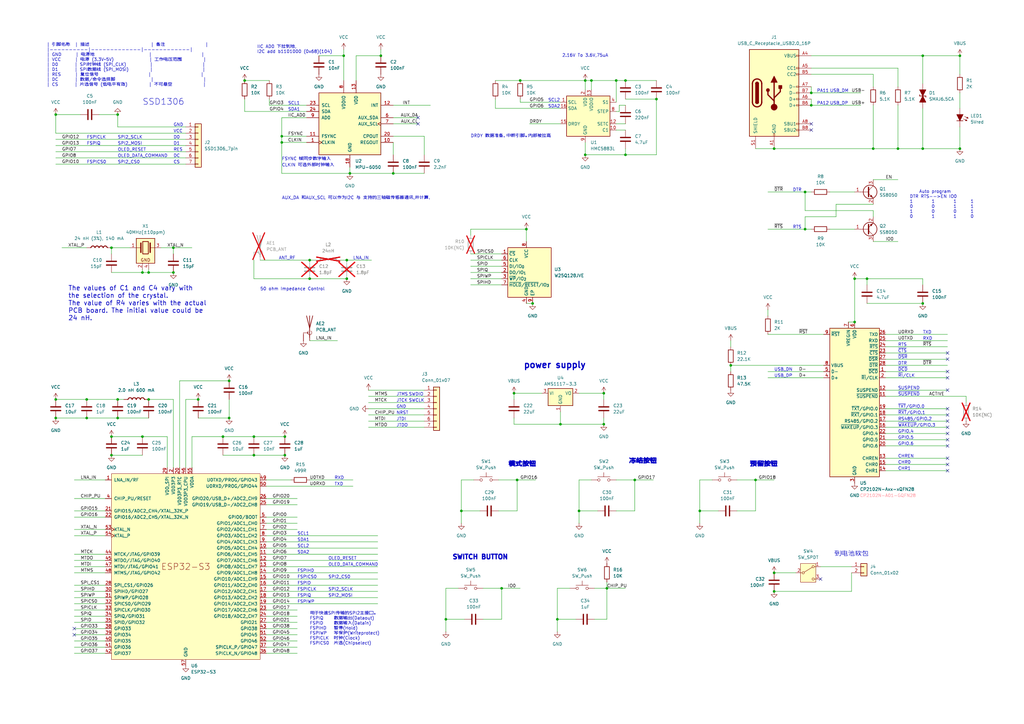
<source format=kicad_sch>
(kicad_sch (version 20250114) (generator "eeschema") (generator_version "9.0")
  (paper "A3")
  (text "FSPICLK" (at 121.92 242.57 0) (effects (font (size 1.27 1.27)) (justify left bottom)))
  (text "AUX_DA 和AUX_SCL 可以作为I2C 与 支持的三轴磁传感器通讯,并计算." (at 115.57 81.28 0) (effects (font (size 1.27 1.27)) (justify left)))
  (text "DTR" (at 325.12 78.74 0) (effects (font (size 1.27 1.27)) (justify left bottom)))
  (text "RTS" (at 368.3 142.24 0) (effects (font (size 1.27 1.27)) (justify left bottom)))
  (text "TXD" (at 137.16 199.39 0) (effects (font (size 1.27 1.27)) (justify left bottom)))
  (text "SCL1" (at 118.11 43.18 0) (effects (font (size 1.27 1.27)) (justify left bottom)))
  (text "USB_DP" (at 340.36 43.18 0) (effects (font (size 1.27 1.27)) (justify left bottom)))
  (text "GND" (at 71.12 52.07 0) (effects (font (size 1.27 1.27)) (justify left bottom)))
  (text "JTDO" (at 162.56 175.26 0) (effects (font (size 1.27 1.27)) (justify left bottom)))
  (text "GPIO.5" (at 368.3 180.34 0) (effects (font (size 1.27 1.27)) (justify left bottom)))
  (text "FSPICS0" (at 121.92 237.49 0) (effects (font (size 1.27 1.27)) (justify left bottom)))
  (text "SDA2" (at 121.92 227.33 0) (effects (font (size 1.27 1.27)) (justify left bottom)))
  (text "OLED_DATA_COMMAND" (at 134.62 232.41 0) (effects (font (size 1.27 1.27)) (justify left bottom)))
  (text "FSYNC 帧同步数字输入" (at 115.57 66.04 0) (effects (font (size 1.27 1.27)) (justify left bottom)))
  (text "USB_DM" (at 340.36 38.1 0) (effects (font (size 1.27 1.27)) (justify left bottom)))
  (text "FSPICS0" (at 35.56 67.31 0) (effects (font (size 1.27 1.27)) (justify left bottom)))
  (text "PA12" (at 335.026 43.18 0) (effects (font (size 1.27 1.27)) (justify left bottom)))
  (text "RXD" (at 378.46 139.7 0) (effects (font (size 1.27 1.27)) (justify left bottom)))
  (text "     Auto program\n DTR RTS-->EN IO0\n 1        1        1      1\n 0        0        1      1\n 1        0        0      1\n 0        1        1      0" (at 372.11 83.82 0) (effects (font (size 1.27 1.27)) (justify left)))
  (text "IIC AD0 下拉到地,\nI2C add b1101000 (0x68)(104)" (at 105.41 20.32 0) (effects (font (size 1.27 1.27)) (justify left)))
  (text "VCC" (at 71.12 54.61 0) (effects (font (size 1.27 1.27)) (justify left bottom)))
  (text "RS485/GPIO.2" (at 368.3 172.72 0) (effects (font (size 1.27 1.27)) (justify left bottom)))
  (text "SWDIO" (at 167.64 162.56 0) (effects (font (size 1.27 1.27)) (justify left bottom)))
  (text "RES" (at 71.12 62.23 0) (effects (font (size 1.27 1.27)) (justify left bottom)))
  (text "SPI2_CS0" (at 48.26 67.31 0) (effects (font (size 1.27 1.27)) (justify left bottom)))
  (text "FSPICLK" (at 35.56 57.15 0) (effects (font (size 1.27 1.27)) (justify left bottom)))
  (text "JTDI" (at 162.56 172.72 0) (effects (font (size 1.27 1.27)) (justify left bottom)))
  (text "到电池软包\n" (at 349.25 227.33 0) (effects (font (size 1.905 1.905))))
  (text "RTS" (at 325.12 93.98 0) (effects (font (size 1.27 1.27)) (justify left bottom)))
  (text "SPI2_SCLK" (at 48.26 57.15 0) (effects (font (size 1.27 1.27)) (justify left bottom)))
  (text "CLKIN 可选外部时钟输入" (at 115.57 68.58 0) (effects (font (size 1.27 1.27)) (justify left bottom)))
  (text "SPI2_SCLK" (at 134.62 242.57 0) (effects (font (size 1.27 1.27)) (justify left bottom)))
  (text "FSPIQ" (at 121.92 245.11 0) (effects (font (size 1.27 1.27)) (justify left bottom)))
  (text "DC" (at 71.12 64.77 0) (effects (font (size 1.27 1.27)) (justify left bottom)))
  (text "~{WAKEUP}/GPIO.3" (at 368.3 175.26 0) (effects (font (size 1.27 1.27)) (justify left bottom)))
  (text "USB_DP" (at 317.5 154.94 0) (effects (font (size 1.27 1.27)) (justify left bottom)))
  (text "CHREN" (at 368.3 187.96 0) (effects (font (size 1.27 1.27)) (justify left bottom)))
  (text "模式按钮\n" (at 208.28 190.5 0) (effects (font (size 1.905 1.905) (thickness 0.508) (bold yes)) (justify left)))
  (text "~{TXT}/GPIO.0" (at 368.3 167.64 0) (effects (font (size 1.27 1.27)) (justify left bottom)))
  (text "OLED_DATA_COMMAND" (at 48.26 64.77 0) (effects (font (size 1.27 1.27)) (justify left bottom)))
  (text "SUSPEND" (at 368.3 160.02 0) (effects (font (size 1.27 1.27)) (justify left bottom)))
  (text "LNA_IN" (at 144.78 106.68 0) (effects (font (size 1.27 1.27)) (justify left bottom)))
  (text "RXD" (at 137.16 196.85 0) (effects (font (size 1.27 1.27)) (justify left bottom)))
  (text "ANT_RF" (at 114.3 106.68 0) (effects (font (size 1.27 1.27)) (justify left bottom)))
  (text "FSPIWP" (at 121.92 247.65 0) (effects (font (size 1.27 1.27)) (justify left bottom)))
  (text "SDA1" (at 118.11 45.72 0) (effects (font (size 1.27 1.27)) (justify left bottom)))
  (text "~{DCD}" (at 368.3 152.4 0) (effects (font (size 1.27 1.27)) (justify left bottom)))
  (text "~{DSR}" (at 368.3 147.32 0) (effects (font (size 1.27 1.27)) (justify left bottom)))
  (text "GPIO.4" (at 368.3 177.8 0) (effects (font (size 1.27 1.27)) (justify left bottom)))
  (text "CHR0" (at 368.3 190.5 0) (effects (font (size 1.27 1.27)) (justify left bottom)))
  (text "SCL2" (at 121.92 224.79 0) (effects (font (size 1.27 1.27)) (justify left bottom)))
  (text "~{RXT}/GPIO.1" (at 368.3 170.18 0) (effects (font (size 1.27 1.27)) (justify left bottom)))
  (text "SWCLK" (at 167.64 165.1 0) (effects (font (size 1.27 1.27)) (justify left bottom)))
  (text "冻结按钮" (at 257.81 189.23 0) (effects (font (size 1.905 1.905) (thickness 0.508) (bold yes)) (justify left)))
  (text "JTMS" (at 162.56 162.56 0) (effects (font (size 1.27 1.27)) (justify left bottom)))
  (text "SDA1" (at 121.92 222.25 0) (effects (font (size 1.27 1.27)) (justify left bottom)))
  (text "D1" (at 71.12 59.69 0) (effects (font (size 1.27 1.27)) (justify left bottom)))
  (text "2.16V To 3.6V,75uA" (at 240.03 22.86 0) (effects (font (size 1.27 1.27))))
  (text "SWITCH BUTTON" (at 185.42 228.6 0) (effects (font (size 1.905 1.905) (thickness 0.508) (bold yes)) (justify left)))
  (text "CHR1" (at 368.3 193.04 0) (effects (font (size 1.27 1.27)) (justify left bottom)))
  (text "NRST" (at 162.56 170.18 0) (effects (font (size 1.27 1.27)) (justify left bottom)))
  (text "OLED_RESET" (at 134.62 229.87 0) (effects (font (size 1.27 1.27)) (justify left bottom)))
  (text "GPIO.6" (at 368.3 182.88 0) (effects (font (size 1.27 1.27)) (justify left bottom)))
  (text "The values of C1 and C4 vary with\nthe selection of the crystal.\nThe value of R4 varies with the actual\nPCB board. The initial value could be\n24 nH." (exclude_from_sim yes) (at 27.94 124.46 0) (effects (font (size 1.905 1.905) (thickness 0.2381)) (justify left)))
  (text "用于快速SPI传输的SPI2主接口。\nFSPIQ	数据输出(Dataout)\nFSPID	数据输入(Datain)\nFSPIHD	暂停(Hold)\nFSPIWP	写保护(Writeprotect)\nFSPICLK	时钟(Clock)\nFSPICS0	片选(Chipselect)" (at 127 257.81 0) (effects (font (size 1.27 1.27)) (justify left)))
  (text "50 ohm Impedance Control" (at 106.68 119.38 0) (effects (font (size 1.27 1.27)) (justify left bottom)))
  (text "FSPID" (at 121.92 240.03 0) (effects (font (size 1.27 1.27)) (justify left bottom)))
  (text "SPI2_MOSI" (at 48.26 59.69 0) (effects (font (size 1.27 1.27)) (justify left bottom)))
  (text "SPI2_MOSI" (at 134.62 245.11 0) (effects (font (size 1.27 1.27)) (justify left bottom)))
  (text "FSPIHD" (at 121.92 234.95 0) (effects (font (size 1.27 1.27)) (justify left bottom)))
  (text "~{RI}/CLK" (at 368.3 154.94 0) (effects (font (size 1.27 1.27)) (justify left bottom)))
  (text "SCL1" (at 121.92 219.71 0) (effects (font (size 1.27 1.27)) (justify left bottom)))
  (text "SCL2" (at 224.79 41.91 0) (effects (font (size 1.27 1.27)) (justify left bottom)))
  (text "| 引脚名称  | 描述                          | 备注                 |\n|----------|-------------|------------|\n| GND      | 电源地                       |                     |\n| VCC      | 电源 (3.3V~5V)               | 工作电压范围         |\n| D0       | SPI时钟线 (SPI_CLK)          |                     |\n| D1       | SPI数据线 (SPI_MOSI)         |                     |\n| RES      | 复位信号                     |                     |\n| DC       | 数据/命令选择脚               |                     |\n| CS       | 片选信号 (低电平有效)         | 不可悬空             |" (exclude_from_sim yes) (at 19.05 26.67 0) (effects (font (size 1.27 1.27)) (justify left)))
  (text "CS" (at 71.12 67.31 0) (effects (font (size 1.27 1.27)) (justify left bottom)))
  (text "SDA2" (at 224.79 44.45 0) (effects (font (size 1.27 1.27)) (justify left bottom)))
  (text "JTCK" (at 162.56 165.1 0) (effects (font (size 1.27 1.27)) (justify left bottom)))
  (text "USB_DN" (at 317.5 152.4 0) (effects (font (size 1.27 1.27)) (justify left bottom)))
  (text "OLED_RESET" (at 48.26 62.23 0) (effects (font (size 1.27 1.27)) (justify left bottom)))
  (text "预留按钮\n" (at 307.34 190.5 0) (effects (font (size 1.905 1.905) (thickness 0.508) (bold yes)) (justify left)))
  (text "~{SUSPEND}" (at 368.3 162.56 0) (effects (font (size 1.27 1.27)) (justify left bottom)))
  (text "power supply" (exclude_from_sim yes) (at 214.63 149.86 0) (effects (font (size 2.54 2.54) (thickness 0.508) (bold yes)) (justify left)))
  (text "FSPIQ" (at 35.56 59.69 0) (effects (font (size 1.27 1.27)) (justify left bottom)))
  (text "SSD1306" (at 58.42 41.91 0) (effects (font (size 2.54 2.54)) (justify left)))
  (text "~{CTS}" (at 368.3 144.78 0) (effects (font (size 1.27 1.27)) (justify left bottom)))
  (text "DTR" (at 368.3 149.86 0) (effects (font (size 1.27 1.27)) (justify left bottom)))
  (text "D0" (at 71.12 57.15 0) (effects (font (size 1.27 1.27)) (justify left bottom)))
  (text "DRDY 数据准备，中断引脚。内部被拉高" (at 209.55 55.88 0) (effects (font (size 1.27 1.27))))
  (text "PA11" (at 335.026 38.1 0) (effects (font (size 1.27 1.27)) (justify left bottom)))
  (text "SPI2_CS0" (at 134.62 237.49 0) (effects (font (size 1.27 1.27)) (justify left bottom)))
  (text "GND" (at 162.56 167.64 0) (effects (font (size 1.27 1.27)) (justify left bottom)))
  (text "TXD" (at 378.46 137.16 0) (effects (font (size 1.27 1.27)) (justify left bottom)))
  (junction (at 260.35 196.85))
  (junction (at 378.46 60.96))
  (junction (at 161.29 71.12))
  (junction (at 393.7 22.86))
  (junction (at 317.5 60.96))
  (junction (at 127 114.3))
  (junction (at 142.24 114.3))
  (junction (at 218.44 124.46))
  (junction (at 104.14 179.07))
  (junction (at 115.57 55.88))
  (junction (at 240.03 63.5))
  (junction (at 358.14 60.96))
  (junction (at 22.86 163.83))
  (junction (at 60.96 111.76))
  (junction (at 116.84 179.07))
  (junction (at 240.03 33.02))
  (junction (at 210.82 161.29))
  (junction (at 140.97 22.86))
  (junction (at 35.56 163.83))
  (junction (at 45.72 179.07))
  (junction (at 330.2 78.74))
  (junction (at 142.24 106.68))
  (junction (at 156.21 22.86))
  (junction (at 91.44 179.07))
  (junction (at 256.54 63.5))
  (junction (at 104.14 186.69))
  (junction (at 71.12 111.76))
  (junction (at 58.42 179.07))
  (junction (at 309.88 196.85))
  (junction (at 299.72 149.86))
  (junction (at 48.26 171.45))
  (junction (at 71.12 101.6))
  (junction (at 355.6 114.3))
  (junction (at 287.02 209.55))
  (junction (at 393.7 60.96))
  (junction (at 22.86 46.99))
  (junction (at 332.74 38.1))
  (junction (at 35.56 171.45))
  (junction (at 60.96 163.83))
  (junction (at 248.92 241.3))
  (junction (at 350.52 132.08))
  (junction (at 229.87 173.99))
  (junction (at 378.46 124.46))
  (junction (at 182.88 254))
  (junction (at 81.28 163.83))
  (junction (at 332.74 43.18))
  (junction (at 237.49 209.55))
  (junction (at 127 106.68))
  (junction (at 368.3 60.96))
  (junction (at 22.86 171.45))
  (junction (at 242.57 33.02))
  (junction (at 116.84 186.69))
  (junction (at 45.72 101.6))
  (junction (at 212.09 196.85))
  (junction (at 115.57 58.42))
  (junction (at 93.98 171.45))
  (junction (at 252.73 33.02))
  (junction (at 317.5 234.95))
  (junction (at 330.2 93.98))
  (junction (at 205.74 241.3))
  (junction (at 45.72 186.69))
  (junction (at 100.33 33.02))
  (junction (at 378.46 22.86))
  (junction (at 93.98 156.21))
  (junction (at 256.54 33.02))
  (junction (at 317.5 242.57))
  (junction (at 48.26 46.99))
  (junction (at 213.36 33.02))
  (junction (at 143.51 71.12))
  (junction (at 269.24 40.64))
  (junction (at 215.9 93.98))
  (junction (at 58.42 111.76))
  (junction (at 350.52 114.3))
  (junction (at 48.26 163.83))
  (junction (at 247.65 161.29))
  (junction (at 189.23 209.55))
  (junction (at 247.65 173.99))
  (junction (at 228.6 254))
  (no_connect (at 388.62 160.02))
  (no_connect (at 30.48 260.35))
  (no_connect (at 388.62 152.4))
  (no_connect (at 388.62 182.88))
  (no_connect (at 388.62 180.34))
  (no_connect (at 388.62 175.26))
  (no_connect (at 171.45 48.26))
  (no_connect (at 388.62 172.72))
  (no_connect (at 388.62 144.78))
  (no_connect (at 388.62 190.5))
  (no_connect (at 388.62 177.8))
  (no_connect (at 30.48 257.81))
  (no_connect (at 332.74 50.8))
  (no_connect (at 388.62 154.94))
  (no_connect (at 388.62 193.04))
  (no_connect (at 388.62 147.32))
  (no_connect (at 332.74 53.34))
  (no_connect (at 336.55 237.49))
  (no_connect (at 388.62 170.18))
  (no_connect (at 388.62 187.96))
  (no_connect (at 388.62 167.64))
  (no_connect (at 171.45 50.8))
  (wire (pts (xy 215.9 93.98) (xy 215.9 99.06)))
  (wire (pts (xy 314.96 93.98) (xy 330.2 93.98)))
  (wire (pts (xy 388.62 167.64) (xy 363.22 167.64)))
  (wire (pts (xy 358.14 60.96) (xy 317.5 60.96)))
  (wire (pts (xy 252.73 50.8) (xy 256.54 50.8)))
  (wire (pts (xy 30.48 212.09) (xy 43.18 212.09)))
  (wire (pts (xy 30.48 209.55) (xy 43.18 209.55)))
  (wire (pts (xy 109.22 255.27) (xy 121.92 255.27)))
  (wire (pts (xy 151.13 162.56) (xy 173.99 162.56)))
  (wire (pts (xy 60.96 163.83) (xy 71.12 163.83)))
  (wire (pts (xy 127 196.85) (xy 144.78 196.85)))
  (wire (pts (xy 109.22 257.81) (xy 121.92 257.81)))
  (wire (pts (xy 142.24 114.3) (xy 127 114.3)))
  (wire (pts (xy 48.26 46.99) (xy 48.26 52.07)))
  (wire (pts (xy 314.96 78.74) (xy 330.2 78.74)))
  (wire (pts (xy 378.46 114.3) (xy 378.46 116.84)))
  (wire (pts (xy 252.73 209.55) (xy 260.35 209.55)))
  (wire (pts (xy 22.86 46.99) (xy 33.02 46.99)))
  (wire (pts (xy 139.7 106.68) (xy 142.24 106.68)))
  (wire (pts (xy 130.81 22.86) (xy 140.97 22.86)))
  (wire (pts (xy 109.22 250.19) (xy 121.92 250.19)))
  (wire (pts (xy 193.04 96.52) (xy 193.04 93.98)))
  (wire (pts (xy 368.3 43.18) (xy 368.3 60.96)))
  (wire (pts (xy 332.74 40.64) (xy 332.74 43.18)))
  (wire (pts (xy 349.25 242.57) (xy 349.25 234.95)))
  (wire (pts (xy 161.29 71.12) (xy 173.99 71.12)))
  (wire (pts (xy 237.49 209.55) (xy 245.11 209.55)))
  (wire (pts (xy 109.22 232.41) (xy 154.94 232.41)))
  (wire (pts (xy 237.49 196.85) (xy 237.49 209.55)))
  (wire (pts (xy 260.35 196.85) (xy 267.97 196.85)))
  (wire (pts (xy 309.88 60.96) (xy 317.5 60.96)))
  (wire (pts (xy 151.13 175.26) (xy 173.99 175.26)))
  (wire (pts (xy 115.57 58.42) (xy 125.73 58.42)))
  (wire (pts (xy 314.96 152.4) (xy 337.82 152.4)))
  (wire (pts (xy 182.88 241.3) (xy 182.88 254)))
  (wire (pts (xy 58.42 110.49) (xy 58.42 111.76)))
  (wire (pts (xy 330.2 86.36) (xy 358.14 86.36)))
  (wire (pts (xy 212.09 209.55) (xy 212.09 196.85)))
  (wire (pts (xy 58.42 179.07) (xy 68.58 179.07)))
  (wire (pts (xy 127 106.68) (xy 129.54 106.68)))
  (wire (pts (xy 110.49 43.18) (xy 125.73 43.18)))
  (wire (pts (xy 388.62 149.86) (xy 363.22 149.86)))
  (wire (pts (xy 332.74 27.94) (xy 368.3 27.94)))
  (wire (pts (xy 260.35 209.55) (xy 260.35 196.85)))
  (wire (pts (xy 314.96 154.94) (xy 337.82 154.94)))
  (wire (pts (xy 350.52 114.3) (xy 350.52 132.08)))
  (wire (pts (xy 248.92 241.3) (xy 256.54 241.3)))
  (wire (pts (xy 340.36 93.98) (xy 350.52 93.98)))
  (wire (pts (xy 330.2 78.74) (xy 332.74 78.74)))
  (wire (pts (xy 363.22 139.7) (xy 388.62 139.7)))
  (wire (pts (xy 140.97 22.86) (xy 140.97 33.02)))
  (wire (pts (xy 247.65 161.29) (xy 247.65 163.83)))
  (wire (pts (xy 173.99 55.88) (xy 173.99 63.5)))
  (wire (pts (xy 71.12 101.6) (xy 71.12 104.14)))
  (wire (pts (xy 388.62 177.8) (xy 363.22 177.8)))
  (wire (pts (xy 358.14 86.36) (xy 358.14 88.9)))
  (wire (pts (xy 22.86 46.99) (xy 22.86 54.61)))
  (wire (pts (xy 287.02 196.85) (xy 287.02 209.55)))
  (wire (pts (xy 106.68 106.68) (xy 127 106.68)))
  (wire (pts (xy 204.47 209.55) (xy 212.09 209.55)))
  (wire (pts (xy 203.2 44.45) (xy 203.2 40.64)))
  (wire (pts (xy 347.98 132.08) (xy 350.52 132.08)))
  (wire (pts (xy 242.57 33.02) (xy 242.57 36.83)))
  (wire (pts (xy 248.92 238.76) (xy 248.92 241.3)))
  (wire (pts (xy 332.74 43.18) (xy 353.06 43.18)))
  (wire (pts (xy 78.74 179.07) (xy 91.44 179.07)))
  (wire (pts (xy 189.23 209.55) (xy 189.23 214.63)))
  (wire (pts (xy 240.03 33.02) (xy 240.03 36.83)))
  (wire (pts (xy 242.57 196.85) (xy 237.49 196.85)))
  (wire (pts (xy 388.62 154.94) (xy 363.22 154.94)))
  (wire (pts (xy 240.03 58.42) (xy 240.03 63.5)))
  (wire (pts (xy 30.48 229.87) (xy 43.18 229.87)))
  (wire (pts (xy 30.48 247.65) (xy 43.18 247.65)))
  (wire (pts (xy 30.48 240.03) (xy 43.18 240.03)))
  (wire (pts (xy 355.6 114.3) (xy 355.6 116.84)))
  (wire (pts (xy 229.87 173.99) (xy 247.65 173.99)))
  (wire (pts (xy 393.7 60.96) (xy 378.46 60.96)))
  (wire (pts (xy 314.96 127) (xy 314.96 129.54)))
  (wire (pts (xy 256.54 63.5) (xy 256.54 60.96)))
  (wire (pts (xy 292.1 196.85) (xy 287.02 196.85)))
  (wire (pts (xy 110.49 40.64) (xy 110.49 43.18)))
  (wire (pts (xy 109.22 247.65) (xy 154.94 247.65)))
  (wire (pts (xy 330.2 78.74) (xy 330.2 86.36)))
  (wire (pts (xy 363.22 162.56) (xy 396.24 162.56)))
  (wire (pts (xy 309.88 196.85) (xy 302.26 196.85)))
  (wire (pts (xy 215.9 124.46) (xy 218.44 124.46)))
  (wire (pts (xy 151.13 172.72) (xy 173.99 172.72)))
  (wire (pts (xy 254 45.72) (xy 254 43.18)))
  (wire (pts (xy 115.57 55.88) (xy 115.57 58.42)))
  (wire (pts (xy 309.88 196.85) (xy 317.5 196.85)))
  (wire (pts (xy 237.49 161.29) (xy 247.65 161.29)))
  (wire (pts (xy 388.62 180.34) (xy 363.22 180.34)))
  (wire (pts (xy 210.82 161.29) (xy 222.25 161.29)))
  (wire (pts (xy 378.46 60.96) (xy 368.3 60.96)))
  (wire (pts (xy 242.57 33.02) (xy 252.73 33.02)))
  (wire (pts (xy 240.03 63.5) (xy 256.54 63.5)))
  (wire (pts (xy 378.46 22.86) (xy 378.46 34.29)))
  (wire (pts (xy 388.62 187.96) (xy 363.22 187.96)))
  (wire (pts (xy 161.29 48.26) (xy 171.45 48.26)))
  (wire (pts (xy 109.22 245.11) (xy 154.94 245.11)))
  (wire (pts (xy 193.04 93.98) (xy 215.9 93.98)))
  (wire (pts (xy 388.62 160.02) (xy 363.22 160.02)))
  (wire (pts (xy 269.24 40.64) (xy 269.24 63.5)))
  (wire (pts (xy 368.3 27.94) (xy 368.3 35.56)))
  (wire (pts (xy 210.82 171.45) (xy 210.82 173.99)))
  (wire (pts (xy 203.2 33.02) (xy 213.36 33.02)))
  (wire (pts (xy 73.66 156.21) (xy 73.66 191.77)))
  (wire (pts (xy 100.33 33.02) (xy 110.49 33.02)))
  (wire (pts (xy 161.29 63.5) (xy 161.29 58.42)))
  (wire (pts (xy 109.22 260.35) (xy 121.92 260.35)))
  (wire (pts (xy 302.26 209.55) (xy 309.88 209.55)))
  (wire (pts (xy 198.12 254) (xy 205.74 254)))
  (wire (pts (xy 393.7 52.07) (xy 393.7 60.96)))
  (wire (pts (xy 35.56 171.45) (xy 48.26 171.45)))
  (wire (pts (xy 228.6 241.3) (xy 228.6 254)))
  (wire (pts (xy 109.22 219.71) (xy 154.94 219.71)))
  (wire (pts (xy 25.4 101.6) (xy 35.56 101.6)))
  (wire (pts (xy 151.13 165.1) (xy 173.99 165.1)))
  (wire (pts (xy 109.22 237.49) (xy 154.94 237.49)))
  (wire (pts (xy 76.2 163.83) (xy 81.28 163.83)))
  (wire (pts (xy 388.62 190.5) (xy 363.22 190.5)))
  (wire (pts (xy 109.22 262.89) (xy 121.92 262.89)))
  (wire (pts (xy 182.88 254) (xy 182.88 259.08)))
  (wire (pts (xy 151.13 170.18) (xy 173.99 170.18)))
  (wire (pts (xy 161.29 50.8) (xy 171.45 50.8)))
  (wire (pts (xy 269.24 63.5) (xy 256.54 63.5)))
  (wire (pts (xy 104.14 106.68) (xy 104.14 114.3)))
  (wire (pts (xy 45.72 179.07) (xy 58.42 179.07)))
  (wire (pts (xy 252.73 53.34) (xy 256.54 53.34)))
  (wire (pts (xy 45.72 101.6) (xy 53.34 101.6)))
  (wire (pts (xy 91.44 179.07) (xy 104.14 179.07)))
  (wire (pts (xy 393.7 22.86) (xy 393.7 30.48)))
  (wire (pts (xy 349.25 232.41) (xy 336.55 232.41)))
  (wire (pts (xy 213.36 33.02) (xy 240.03 33.02)))
  (wire (pts (xy 109.22 207.01) (xy 121.92 207.01)))
  (wire (pts (xy 330.2 93.98) (xy 332.74 93.98)))
  (wire (pts (xy 193.04 106.68) (xy 205.74 106.68)))
  (wire (pts (xy 151.13 160.02) (xy 173.99 160.02)))
  (wire (pts (xy 247.65 171.45) (xy 247.65 173.99)))
  (wire (pts (xy 109.22 224.79) (xy 154.94 224.79)))
  (wire (pts (xy 205.74 254) (xy 205.74 241.3)))
  (wire (pts (xy 48.26 171.45) (xy 60.96 171.45)))
  (wire (pts (xy 355.6 114.3) (xy 378.46 114.3)))
  (wire (pts (xy 287.02 209.55) (xy 294.64 209.55)))
  (wire (pts (xy 22.86 163.83) (xy 35.56 163.83)))
  (wire (pts (xy 109.22 240.03) (xy 154.94 240.03)))
  (wire (pts (xy 340.36 78.74) (xy 350.52 78.74)))
  (wire (pts (xy 109.22 212.09) (xy 121.92 212.09)))
  (wire (pts (xy 193.04 109.22) (xy 205.74 109.22)))
  (wire (pts (xy 388.62 142.24) (xy 363.22 142.24)))
  (wire (pts (xy 109.22 252.73) (xy 121.92 252.73)))
  (wire (pts (xy 228.6 254) (xy 236.22 254)))
  (wire (pts (xy 358.14 73.66) (xy 368.3 73.66)))
  (wire (pts (xy 193.04 116.84) (xy 205.74 116.84)))
  (wire (pts (xy 229.87 168.91) (xy 229.87 173.99)))
  (wire (pts (xy 342.9 83.82) (xy 358.14 83.82)))
  (wire (pts (xy 109.22 222.25) (xy 154.94 222.25)))
  (wire (pts (xy 22.86 64.77) (xy 76.2 64.77)))
  (wire (pts (xy 30.48 196.85) (xy 43.18 196.85)))
  (wire (pts (xy 151.13 167.64) (xy 173.99 167.64)))
  (wire (pts (xy 30.48 217.17) (xy 43.18 217.17)))
  (wire (pts (xy 193.04 111.76) (xy 205.74 111.76)))
  (wire (pts (xy 378.46 124.46) (xy 355.6 124.46)))
  (wire (pts (xy 48.26 163.83) (xy 35.56 163.83)))
  (wire (pts (xy 81.28 171.45) (xy 93.98 171.45)))
  (wire (pts (xy 30.48 257.81) (xy 43.18 257.81)))
  (wire (pts (xy 299.72 139.7) (xy 299.72 142.24)))
  (wire (pts (xy 350.52 114.3) (xy 355.6 114.3)))
  (wire (pts (xy 22.86 59.69) (xy 76.2 59.69)))
  (wire (pts (xy 212.09 196.85) (xy 204.47 196.85)))
  (wire (pts (xy 189.23 196.85) (xy 189.23 209.55)))
  (wire (pts (xy 363.22 137.16) (xy 388.62 137.16)))
  (wire (pts (xy 358.14 99.06) (xy 368.3 99.06)))
  (wire (pts (xy 378.46 22.86) (xy 393.7 22.86)))
  (wire (pts (xy 109.22 267.97) (xy 121.92 267.97)))
  (wire (pts (xy 243.84 254) (xy 248.92 254)))
  (wire (pts (xy 314.96 137.16) (xy 337.82 137.16)))
  (wire (pts (xy 30.48 219.71) (xy 43.18 219.71)))
  (wire (pts (xy 115.57 71.12) (xy 143.51 71.12)))
  (wire (pts (xy 388.62 172.72) (xy 363.22 172.72)))
  (wire (pts (xy 248.92 254) (xy 248.92 241.3)))
  (wire (pts (xy 388.62 170.18) (xy 363.22 170.18)))
  (wire (pts (xy 388.62 175.26) (xy 363.22 175.26)))
  (wire (pts (xy 252.73 33.02) (xy 252.73 41.91)))
  (wire (pts (xy 109.22 196.85) (xy 119.38 196.85)))
  (wire (pts (xy 50.8 163.83) (xy 48.26 163.83)))
  (wire (pts (xy 125.73 48.26) (xy 115.57 48.26)))
  (wire (pts (xy 396.24 162.56) (xy 396.24 165.1)))
  (wire (pts (xy 30.48 232.41) (xy 43.18 232.41)))
  (wire (pts (xy 60.96 110.49) (xy 60.96 111.76)))
  (wire (pts (xy 30.48 227.33) (xy 43.18 227.33)))
  (wire (pts (xy 237.49 209.55) (xy 237.49 214.63)))
  (wire (pts (xy 91.44 186.69) (xy 104.14 186.69)))
  (wire (pts (xy 22.86 67.31) (xy 76.2 67.31)))
  (wire (pts (xy 104.14 179.07) (xy 116.84 179.07)))
  (wire (pts (xy 358.14 30.48) (xy 358.14 35.56)))
  (wire (pts (xy 66.04 101.6) (xy 71.12 101.6)))
  (wire (pts (xy 30.48 234.95) (xy 43.18 234.95)))
  (wire (pts (xy 30.48 267.97) (xy 43.18 267.97)))
  (wire (pts (xy 116.84 186.69) (xy 104.14 186.69)))
  (wire (pts (xy 256.54 33.02) (xy 269.24 33.02)))
  (wire (pts (xy 22.86 54.61) (xy 76.2 54.61)))
  (wire (pts (xy 71.12 101.6) (xy 78.74 101.6)))
  (wire (pts (xy 213.36 41.91) (xy 229.87 41.91)))
  (wire (pts (xy 330.2 88.9) (xy 330.2 93.98)))
  (wire (pts (xy 30.48 265.43) (xy 43.18 265.43)))
  (wire (pts (xy 109.22 199.39) (xy 144.78 199.39)))
  (wire (pts (xy 30.48 262.89) (xy 43.18 262.89)))
  (wire (pts (xy 115.57 58.42) (xy 115.57 71.12)))
  (wire (pts (xy 146.05 33.02) (xy 146.05 22.86)))
  (wire (pts (xy 332.74 38.1) (xy 353.06 38.1)))
  (wire (pts (xy 45.72 186.69) (xy 58.42 186.69)))
  (wire (pts (xy 228.6 254) (xy 228.6 259.08)))
  (wire (pts (xy 45.72 111.76) (xy 58.42 111.76)))
  (wire (pts (xy 252.73 45.72) (xy 254 45.72)))
  (wire (pts (xy 76.2 163.83) (xy 76.2 191.77)))
  (wire (pts (xy 140.97 20.32) (xy 140.97 22.86)))
  (wire (pts (xy 388.62 182.88) (xy 363.22 182.88)))
  (wire (pts (xy 22.86 171.45) (xy 35.56 171.45)))
  (wire (pts (xy 378.46 44.45) (xy 378.46 60.96)))
  (wire (pts (xy 30.48 250.19) (xy 43.18 250.19)))
  (wire (pts (xy 332.74 35.56) (xy 332.74 38.1)))
  (wire (pts (xy 58.42 111.76) (xy 60.96 111.76)))
  (wire (pts (xy 30.48 242.57) (xy 43.18 242.57)))
  (wire (pts (xy 388.62 147.32) (xy 363.22 147.32)))
  (wire (pts (xy 109.22 265.43) (xy 121.92 265.43)))
  (wire (pts (xy 252.73 33.02) (xy 256.54 33.02)))
  (wire (pts (xy 146.05 22.86) (xy 156.21 22.86)))
  (wire (pts (xy 30.48 255.27) (xy 43.18 255.27)))
  (wire (pts (xy 93.98 156.21) (xy 73.66 156.21)))
  (wire (pts (xy 193.04 104.14) (xy 205.74 104.14)))
  (wire (pts (xy 109.22 217.17) (xy 121.92 217.17)))
  (wire (pts (xy 205.74 241.3) (xy 198.12 241.3)))
  (wire (pts (xy 388.62 144.78) (xy 363.22 144.78)))
  (wire (pts (xy 161.29 55.88) (xy 173.99 55.88)))
  (wire (pts (xy 287.02 209.55) (xy 287.02 214.63)))
  (wire (pts (xy 233.68 241.3) (xy 228.6 241.3)))
  (wire (pts (xy 248.92 241.3) (xy 243.84 241.3)))
  (wire (pts (xy 213.36 41.91) (xy 213.36 40.64)))
  (wire (pts (xy 358.14 43.18) (xy 358.14 60.96)))
  (wire (pts (xy 48.26 52.07) (xy 76.2 52.07)))
  (wire (pts (xy 68.58 179.07) (xy 68.58 191.77)))
  (wire (pts (xy 109.22 214.63) (xy 121.92 214.63)))
  (wire (pts (xy 71.12 191.77) (xy 71.12 163.83)))
  (wire (pts (xy 299.72 149.86) (xy 299.72 152.4)))
  (wire (pts (xy 332.74 30.48) (xy 358.14 30.48)))
  (wire (pts (xy 109.22 227.33) (xy 154.94 227.33)))
  (wire (pts (xy 189.23 209.55) (xy 196.85 209.55)))
  (wire (pts (xy 143.51 68.58) (xy 143.51 71.12)))
  (wire (pts (xy 161.29 43.18) (xy 176.53 43.18)))
  (wire (pts (xy 127 139.7) (xy 138.43 139.7)))
  (wire (pts (xy 309.88 209.55) (xy 309.88 196.85)))
  (wire (pts (xy 109.22 234.95) (xy 154.94 234.95)))
  (wire (pts (xy 317.5 234.95) (xy 326.39 234.95)))
  (wire (pts (xy 210.82 173.99) (xy 229.87 173.99)))
  (wire (pts (xy 187.96 241.3) (xy 182.88 241.3)))
  (wire (pts (xy 299.72 149.86) (xy 337.82 149.86)))
  (wire (pts (xy 217.17 50.8) (xy 229.87 50.8)))
  (wire (pts (xy 142.24 106.68) (xy 152.4 106.68)))
  (wire (pts (xy 342.9 88.9) (xy 342.9 83.82)))
  (wire (pts (xy 143.51 71.12) (xy 161.29 71.12)))
  (wire (pts (xy 22.86 57.15) (xy 76.2 57.15)))
  (wire (pts (xy 109.22 242.57) (xy 154.94 242.57)))
  (wire (pts (xy 205.74 241.3) (xy 213.36 241.3)))
  (wire (pts (xy 203.2 44.45) (xy 229.87 44.45)))
  (wire (pts (xy 368.3 60.96) (xy 358.14 60.96)))
  (wire (pts (xy 78.74 179.07) (xy 78.74 191.77)))
  (wire (pts (xy 22.86 62.23) (xy 76.2 62.23)))
  (wire (pts (xy 30.48 204.47) (xy 43.18 204.47)))
  (wire (pts (xy 45.72 101.6) (xy 45.72 104.14)))
  (wire (pts (xy 193.04 114.3) (xy 205.74 114.3)))
  (wire (pts (xy 317.5 242.57) (xy 349.25 242.57)))
  (wire (pts (xy 210.82 161.29) (xy 210.82 163.83)))
  (wire (pts (xy 212.09 196.85) (xy 219.71 196.85)))
  (wire (pts (xy 93.98 163.83) (xy 93.98 171.45)))
  (wire (pts (xy 30.48 260.35) (xy 43.18 260.35)))
  (wire (pts (xy 388.62 193.04) (xy 363.22 193.04)))
  (wire (pts (xy 100.33 45.72) (xy 125.73 45.72)))
  (wire (pts (xy 393.7 38.1) (xy 393.7 44.45)))
  (wire (pts (xy 332.74 22.86) (xy 378.46 22.86)))
  (wire (pts (xy 30.48 245.11) (xy 43.18 245.11)))
  (wire (pts (xy 127 114.3) (xy 104.14 114.3)))
  (wire (pts (xy 115.57 48.26) (xy 115.57 55.88)))
  (wire (pts (xy 254 43.18) (xy 256.54 43.18)))
  (wire (pts (xy 182.88 254) (xy 190.5 254)))
  (wire (pts (xy 100.33 45.72) (xy 100.33 40.64)))
  (wire (pts (xy 109.22 204.47) (xy 121.92 204.47)))
  (wire (pts (xy 260.35 196.85) (xy 252.73 196.85)))
  (wire (pts (xy 115.57 55.88) (xy 125.73 55.88)))
  (wire (pts (xy 240.03 33.02) (xy 242.57 33.02)))
  (wire (pts (xy 109.22 229.87) (xy 154.94 229.87)))
  (wire (pts (xy 194.31 196.85) (xy 189.23 196.85)))
  (wire (pts (xy 60.96 111.76) (xy 71.12 111.76)))
  (wire (pts (xy 40.64 46.99) (xy 48.26 46.99)))
  (wire (pts (xy 388.62 152.4) (xy 363.22 152.4)))
  (wire (pts (xy 30.48 252.73) (xy 43.18 252.73)))
  (wire (pts (xy 256.54 40.64) (xy 269.24 40.64)))
  (wire (pts (xy 330.2 88.9) (xy 342.9 88.9)))
  (wire (pts (xy 156.21 20.32) (xy 156.21 22.86)))
  (label "GPIO21" (at 111.76 255.27 0))
  (label "GPIO36" (at 33.02 265.43 0))
  (label "GPIO47" (at 111.76 265.43 0))
  (label "GPIO6" (at 111.76 227.33 0))
  (label "~{DTR}" (at 378.46 149.86 0))
  (label "GPIO12" (at 111.76 242.57 0))
  (label "SPICS0" (at 33.02 247.65 0))
  (label "CHIP_PU" (at 33.02 204.47 0))
  (label "GPIO4" (at 111.76 222.25 0))
  (label "GPIO33" (at 33.02 257.81 0))
  (label "MTDO" (at 153.67 175.26 0))
  (label "SPIWP" (at 33.02 245.11 0))
  (label "LNA_IN" (at 129.54 139.7 0))
  (label "GPIO17" (at 261.62 196.85 0))
  (label "GPIO7" (at 111.76 229.87 0))
  (label "GPIO20" (at 111.76 204.47 0))
  (label "USB-" (at 349.25 38.1 0))
  (label "U0RXD" (at 127 199.39 0))
  (label "FSYNC" (at 118.11 55.88 0))
  (label "CHIP_PU" (at 153.67 170.18 0))
  (label "XTAL_P" (at 33.02 219.71 0))
  (label "GPIO7" (at 25.4 62.23 0))
  (label "SPICS0" (at 195.58 104.14 0))
  (label "DRDY" (at 217.17 50.8 0))
  (label "U0TXD" (at 368.3 139.7 0))
  (label "~{RTS}" (at 378.46 142.24 0))
  (label "XTAL_N" (at 68.58 101.6 0))
  (label "GPIO3" (at 110.49 43.18 0))
  (label "GPIO4" (at 110.49 45.72 0))
  (label "GPIO5" (at 217.17 41.91 0))
  (label "GPIO13" (at 111.76 245.11 0))
  (label "GPIO38" (at 111.76 257.81 0))
  (label "SPIHD" (at 33.02 242.57 0))
  (label "MTMS" (at 33.02 234.95 0))
  (label "GPIO46" (at 111.76 262.89 0))
  (label "GPIO34" (at 33.02 260.35 0))
  (label "MTDI" (at 33.02 232.41 0))
  (label "AUX_DA" (at 171.45 48.26 180))
  (label "IO0" (at 208.28 241.3 0))
  (label "GPIO10" (at 111.76 237.49 0))
  (label "GPIO9" (at 111.76 234.95 0))
  (label "GPIO35" (at 33.02 262.89 0))
  (label "MTCK" (at 153.67 165.1 0))
  (label "GPIO37" (at 33.02 267.97 0))
  (label "SPIHD" (at 195.58 116.84 0))
  (label "GPIO12" (at 25.4 57.15 0))
  (label "XTAL_N" (at 33.02 217.17 0))
  (label "MTDO" (at 33.02 229.87 0))
  (label "XTAL_P" (at 27.94 101.6 0))
  (label "SPIWP" (at 195.58 114.3 0))
  (label "GPIO1" (at 111.76 214.63 0))
  (label "IIC_AD0" (at 118.11 48.26 0))
  (label "GPIO18" (at 111.76 252.73 0))
  (label "GPIO5" (at 111.76 224.79 0))
  (label "~{DTR}" (at 317.5 78.74 0))
  (label "IO0" (at 363.22 99.06 0))
  (label "CHIP_PU" (at 248.92 241.3 0))
  (label "SPICLK" (at 195.58 106.68 0))
  (label "~{RTS}" (at 317.5 93.98 0))
  (label "GPIO8" (at 25.4 64.77 0))
  (label "D-" (at 327.66 152.4 0))
  (label "USB+" (at 349.25 43.18 0))
  (label "MTDI" (at 153.67 172.72 0))
  (label "GPIO16" (at 33.02 212.09 0))
  (label "GPIO0" (at 111.76 212.09 0))
  (label "D+" (at 327.66 154.94 0))
  (label "GPIO17" (at 111.76 250.19 0))
  (label "LNA_IN" (at 33.02 196.85 0))
  (label "SPID" (at 33.02 255.27 0))
  (label "GPIO2" (at 111.76 217.17 0))
  (label "CLKIN" (at 118.11 58.42 0))
  (label "GPIO14" (at 111.76 247.65 0))
  (label "SPI_CS1" (at 33.02 240.03 0))
  (label "GPIO45" (at 111.76 260.35 0))
  (label "GPIO18" (at 311.15 196.85 0))
  (label "GPIO13" (at 25.4 59.69 0))
  (label "U0TXD" (at 127 196.85 0))
  (label "SPIQ" (at 33.02 252.73 0))
  (label "GPIO8" (at 111.76 232.41 0))
  (label "ACTIVE" (at 381 162.56 0))
  (label "MTMS" (at 153.67 162.56 0))
  (label "GPIO15" (at 33.02 209.55 0))
  (label "GPIO19" (at 111.76 207.01 0))
  (label "GPIO3" (at 111.76 219.71 0))
  (label "GPIO16" (at 213.36 196.85 0))
  (label "GPIO48" (at 111.76 267.97 0))
  (label "U0RXD" (at 368.3 137.16 0))
  (label "GPIO11" (at 111.76 240.03 0))
  (label "~{RST}" (at 327.66 137.16 0))
  (label "EN" (at 363.22 73.66 0))
  (label "INT" (at 165.1 43.18 0))
  (label "SPID" (at 195.58 109.22 0))
  (label "SPIQ" (at 195.58 111.76 0))
  (label "GPIO6" (at 217.17 44.45 0))
  (label "GPIO10" (at 25.4 67.31 0))
  (label "AUX_CL" (at 171.45 50.8 180))
  (label "MTCK" (at 33.02 227.33 0))
  (label "SPICLK" (at 33.02 250.19 0))
  (symbol (lib_id "power:GND") (at 299.72 160.02 0) (unit 1)
    (property "Reference" "#PWR024" (effects (hide yes)))
    (property "Value" "GND" (at 299.72 165.1 0))
    (property "Description" "Power symbol creates a global label with name \"GND\" , ground" (effects (hide yes)))
  )
  (symbol (lib_id "Transistor_BJT:SS8050") (at 355.6 78.74 0) (unit 1)
    (property "Reference" "Q1" (at 360.68 77.4699 0) (effects (justify left)))
    (property "Value" "SS8050" (at 360.68 80.0099 0) (effects (justify left)))
    (property "Footprint" "Package_TO_SOT_SMD:SOT-23" (effects (hide yes)))
    (property "Datasheet" "http://www.secosgmbh.com/datasheet/products/SSMPTransistor/SOT-23/SS8050.pdf" (effects (hide yes)))
    (property "Description" "General Purpose NPN Transistor, 1.5A Ic, 25V Vce, SOT-23" (effects (hide yes)))
  )
  (symbol (lib_id "PCM_Resistor_AKL:R_1206") (at 393.7 34.29 0) (unit 1)
    (property "Reference" "R1" (at 396.24 33.0199 0) (effects (justify left)))
    (property "Value" "2K" (at 396.24 35.5599 0) (effects (justify left)))
    (property "Footprint" "PCM_Resistor_SMD_AKL:R_1206_3216Metric" (effects (hide yes)))
    (property "Description" "SMD 1206 Chip Resistor, European Symbol, Alternate KiCad Library" (effects (hide yes)))
  )
  (symbol (lib_id "PCM_Resistor_AKL:R_1206") (at 396.24 168.91 180) (unit 1) (dnp yes)
    (property "Reference" "R14" (at 398.78 167.6399 0) (effects (justify right)))
    (property "Value" "10K(NC)" (at 398.78 170.1799 0) (effects (justify right)))
    (property "Footprint" "PCM_Resistor_SMD_AKL:R_1206_3216Metric" (effects (hide yes)))
    (property "Description" "SMD 1206 Chip Resistor, European Symbol, Alternate KiCad Library" (effects (hide yes)))
  )
  (symbol (lib_id "power:GND") (at 22.86 171.45 0) (unit 1)
    (property "Reference" "#PWR030" (effects (hide yes)))
    (property "Value" "GND" (at 22.86 176.53 0))
    (property "Description" "Power symbol creates a global label with name \"GND\" , ground" (effects (hide yes)))
  )
  (symbol (lib_id "power:VCC") (at 151.13 160.02 0) (unit 1)
    (property "Reference" "#PWR023" (effects (hide yes)))
    (property "Value" "VCC" (at 151.13 154.94 0))
    (property "Description" "Power symbol creates a global label with name \"VCC\"" (effects (hide yes)))
  )
  (symbol (lib_id "power:VCC") (at 156.21 20.32 0) (unit 1)
    (property "Reference" "#PWR02" (effects (hide yes)))
    (property "Value" "VCC" (at 156.21 15.24 0))
    (property "Description" "Power symbol creates a global label with name \"VCC\"" (effects (hide yes)))
  )
  (symbol (lib_id "power:VCC") (at 247.65 161.29 0) (unit 1)
    (property "Reference" "#PWR026" (effects (hide yes)))
    (property "Value" "VCC" (at 247.65 156.21 0))
    (property "Description" "Power symbol creates a global label with name \"VCC\"" (effects (hide yes)))
  )
  (symbol (lib_id "PCM_Capacitor_AKL:C_1206") (at 116.84 182.88 0) (mirror y) (unit 1)
    (property "Reference" "C28" (at 120.65 181.6099 0) (effects (justify right)))
    (property "Value" "1uF" (at 120.65 184.1499 0) (effects (justify right)))
    (property "Footprint" "PCM_Capacitor_SMD_AKL:C_1206_3216Metric" (effects (hide yes)))
    (property "Description" "SMD 1206 MLCC capacitor, Alternate KiCad Library" (effects (hide yes)))
  )
  (symbol (lib_id "power:GND") (at 240.03 63.5 0) (unit 1)
    (property "Reference" "#PWR011" (effects (hide yes)))
    (property "Value" "GND" (at 240.03 68.58 0))
    (property "Description" "Power symbol creates a global label with name \"GND\" , ground" (effects (hide yes)))
  )
  (symbol (lib_id "PCM_Capacitor_AKL:C_1206") (at 127 110.49 0) (unit 1) (on_board no) (dnp yes)
    (property "Reference" "C12" (at 130.81 109.2199 0) (effects (justify left)))
    (property "Value" "1.8pF" (at 130.81 111.7599 0) (effects (justify left)))
    (property "Footprint" "PCM_Capacitor_SMD_AKL:C_1206_3216Metric" (effects (hide yes)))
    (property "Description" "SMD 1206 MLCC capacitor, Alternate KiCad Library" (effects (hide yes)))
  )
  (symbol (lib_id "power:GND") (at 143.51 71.12 0) (unit 1)
    (property "Reference" "#PWR012" (effects (hide yes)))
    (property "Value" "GND" (at 143.51 76.2 0))
    (property "Description" "Power symbol creates a global label with name \"GND\" , ground" (effects (hide yes)))
  )
  (symbol (lib_id "power:GND") (at 93.98 171.45 0) (unit 1)
    (property "Reference" "#PWR031" (effects (hide yes)))
    (property "Value" "GND" (at 93.98 176.53 0))
    (property "Description" "Power symbol creates a global label with name \"GND\" , ground" (effects (hide yes)))
  )
  (symbol (lib_id "PCM_Resistor_AKL:R_1206") (at 299.72 146.05 180) (unit 1)
    (property "Reference" "R12" (at 302.26 144.7799 0) (effects (justify right)))
    (property "Value" "22.1K" (at 302.26 147.3199 0) (effects (justify right)))
    (property "Footprint" "PCM_Resistor_SMD_AKL:R_1206_3216Metric" (effects (hide yes)))
    (property "Description" "SMD 1206 Chip Resistor, European Symbol, Alternate KiCad Library" (effects (hide yes)))
  )
  (symbol (lib_id "PCM_Resistor_AKL:R_1206") (at 203.2 36.83 0) (unit 1)
    (property "Reference" "R4" (at 205.74 35.5599 0) (effects (justify left)))
    (property "Value" "10K" (at 205.74 38.0999 0) (effects (justify left)))
    (property "Footprint" "PCM_Resistor_SMD_AKL:R_1206_3216Metric" (effects (hide yes)))
    (property "Description" "SMD 1206 Chip Resistor, European Symbol, Alternate KiCad Library" (effects (hide yes)))
  )
  (symbol (lib_id "power:VCC") (at 215.9 93.98 0) (unit 1)
    (property "Reference" "#PWR013" (effects (hide yes)))
    (property "Value" "VCC" (at 215.9 88.9 0))
    (property "Description" "Power symbol creates a global label with name \"VCC\"" (effects (hide yes)))
  )
  (symbol (lib_id "Library:HMC5883L") (at 240.03 44.45 0) (unit 1)
    (property "Reference" "U1" (at 242.1733 58.42 0) (effects (justify left)))
    (property "Value" "HMC5883L" (at 242.1733 60.96 0) (effects (justify left)))
    (property "Footprint" "Library:LGA-16_3x3mm_P0.5mm" (effects (hide yes)))
    (property "Datasheet" "https://www.jlc-smt.com/lcsc/detail?componentCode=C976032" (effects (hide yes)))
    (property "Description" "3-axis Magnetic Sensor, I2C Interface, LGA-16(3x3)" (effects (hide yes)))
  )
  (symbol (lib_id "power:VCC") (at 240.03 33.02 0) (unit 1)
    (property "Reference" "#PWR07" (effects (hide yes)))
    (property "Value" "VCC" (at 240.03 27.94 0))
    (property "Description" "Power symbol creates a global label with name \"VCC\"" (effects (hide yes)))
  )
  (symbol (lib_id "PCM_Capacitor_AKL:C_1206") (at 256.54 36.83 0) (unit 1)
    (property "Reference" "C3" (at 260.35 35.5599 0) (effects (justify left)))
    (property "Value" "100nF" (at 260.35 38.0999 0) (effects (justify left)))
    (property "Footprint" "PCM_Capacitor_SMD_AKL:C_1206_3216Metric" (effects (hide yes)))
    (property "Description" "SMD 1206 MLCC capacitor, Alternate KiCad Library" (effects (hide yes)))
  )
  (symbol (lib_id "PCM_Capacitor_AKL:C_1206") (at 156.21 26.67 0) (unit 1)
    (property "Reference" "C2" (at 160.02 25.3999 0) (effects (justify left)))
    (property "Value" "100nF" (at 160.02 27.9399 0) (effects (justify left)))
    (property "Footprint" "PCM_Capacitor_SMD_AKL:C_1206_3216Metric" (effects (hide yes)))
    (property "Description" "SMD 1206 MLCC capacitor, Alternate KiCad Library" (effects (hide yes)))
  )
  (symbol (lib_id "power:GND") (at 317.5 242.57 0) (unit 1)
    (property "Reference" "#PWR044" (effects (hide yes)))
    (property "Value" "GND" (at 317.5 247.65 0))
    (property "Description" "Power symbol creates a global label with name \"GND\" , ground" (effects (hide yes)))
  )
  (symbol (lib_id "PCM_Diode_TVS_AKL:SMAJ6.5CA") (at 378.46 39.37 90) (unit 1)
    (property "Reference" "D1" (at 381 38.0999 90) (effects (justify right)))
    (property "Value" "SMAJ6.5CA" (at 381 40.6399 90) (effects (justify right)))
    (property "Footprint" "PCM_Diode_SMD_AKL:D_SMA_TVS" (effects (hide yes)))
    (property "Datasheet" "https://www.tme.eu/Document/dbc72d81c249fe51b6ab42300e8e06d0/SMAJ_ser.pdf" (effects (hide yes)))
    (property "Description" "SMA Bidirectional TVS Diode, 6.5V, 400W, Alternate KiCAD Library" (effects (hide yes)))
  )
  (symbol (lib_id "PCM_Capacitor_AKL:C_1206") (at 378.46 120.65 0) (unit 1)
    (property "Reference" "C15" (at 382.27 119.3799 0) (effects (justify left)))
    (property "Value" "100nF" (at 382.27 121.9199 0) (effects (justify left)))
    (property "Footprint" "PCM_Capacitor_SMD_AKL:C_1206_3216Metric" (effects (hide yes)))
    (property "Description" "SMD 1206 MLCC capacitor, Alternate KiCad Library" (effects (hide yes)))
  )
  (symbol (lib_id "power:VCC") (at 140.97 20.32 0) (unit 1)
    (property "Reference" "#PWR01" (effects (hide yes)))
    (property "Value" "VCC" (at 140.97 15.24 0))
    (property "Description" "Power symbol creates a global label with name \"VCC\"" (effects (hide yes)))
  )
  (symbol (lib_id "power:GND") (at 189.23 214.63 0) (unit 1)
    (property "Reference" "#PWR039" (effects (hide yes)))
    (property "Value" "GND" (at 189.23 219.71 0))
    (property "Description" "Power symbol creates a global label with name \"GND\" , ground" (effects (hide yes)))
  )
  (symbol (lib_id "Connector_Generic:Conn_01x07") (at 81.28 59.69 0) (unit 1)
    (property "Reference" "J2" (at 83.82 58.4199 0) (effects (justify left)))
    (property "Value" "SSD1306_7pin" (at 83.82 60.9599 0) (effects (justify left)))
    (property "Footprint" "Connector_PinHeader_2.54mm:PinHeader_1x07_P2.54mm_Vertical" (effects (hide yes)))
    (property "Description" "Generic connector, single row, 01x07, script generated (kicad-library-utils/schlib/autogen/connector/)" (effects (hide yes)))
  )
  (symbol (lib_id "PCM_Resistor_AKL:R_1206") (at 299.72 156.21 180) (unit 1)
    (property "Reference" "R13" (at 302.26 154.9399 0) (effects (justify right)))
    (property "Value" "47.5K" (at 302.26 157.4799 0) (effects (justify right)))
    (property "Footprint" "PCM_Resistor_SMD_AKL:R_1206_3216Metric" (effects (hide yes)))
    (property "Description" "SMD 1206 Chip Resistor, European Symbol, Alternate KiCad Library" (effects (hide yes)))
  )
  (symbol (lib_id "power:VBUS") (at 317.5 234.95 0) (unit 1)
    (property "Reference" "#PWR043" (effects (hide yes)))
    (property "Value" "VBUS" (at 317.5 229.87 0))
    (property "Description" "Power symbol creates a global label with name \"VBUS\"" (effects (hide yes)))
  )
  (symbol (lib_id "PCM_Resistor_AKL:R_1206") (at 213.36 36.83 0) (unit 1)
    (property "Reference" "R5" (at 215.9 35.5599 0) (effects (justify left)))
    (property "Value" "10K" (at 215.9 38.0999 0) (effects (justify left)))
    (property "Footprint" "PCM_Resistor_SMD_AKL:R_1206_3216Metric" (effects (hide yes)))
    (property "Description" "SMD 1206 Chip Resistor, European Symbol, Alternate KiCad Library" (effects (hide yes)))
  )
  (symbol (lib_id "PCM_Capacitor_AKL:C_1206") (at 93.98 160.02 0) (unit 1)
    (property "Reference" "C16" (at 97.79 158.7499 0) (effects (justify left)))
    (property "Value" "100nF" (at 97.79 161.2899 0) (effects (justify left)))
    (property "Footprint" "PCM_Capacitor_SMD_AKL:C_1206_3216Metric" (effects (hide yes)))
    (property "Description" "SMD 1206 MLCC capacitor, Alternate KiCad Library" (effects (hide yes)))
  )
  (symbol (lib_id "PCM_Capacitor_AKL:C_1206") (at 248.92 209.55 270) (unit 1)
    (property "Reference" "C30" (at 248.92 201.93 90))
    (property "Value" "100nF" (at 248.92 204.47 90))
    (property "Footprint" "PCM_Capacitor_SMD_AKL:C_1206_3216Metric" (effects (hide yes)))
    (property "Description" "SMD 1206 MLCC capacitor, Alternate KiCad Library" (effects (hide yes)))
  )
  (symbol (lib_id "power:GND") (at 378.46 124.46 0) (unit 1)
    (property "Reference" "#PWR018" (effects (hide yes)))
    (property "Value" "GND" (at 378.46 129.54 0))
    (property "Description" "Power symbol creates a global label with name \"GND\" , ground" (effects (hide yes)))
  )
  (symbol (lib_id "PCM_Espressif:ESP32-S3") (at 76.2 232.41 0) (unit 1)
    (property "Reference" "U6" (at 78.3433 273.05 0) (effects (justify left)))
    (property "Value" "ESP32-S3" (at 78.3433 275.59 0) (effects (justify left)))
    (property "Footprint" "Library:QFN-56-1EP_7x7mm_P0.4mm_EP5.6x5.6mm" (effects (hide yes)))
    (property "Datasheet" "https://www.espressif.com/sites/default/files/documentation/esp32-s3_datasheet_en.pdf" (effects (hide yes)))
    (property "Description" "ESP32-S3 is a low-power MCU-based system-on-chip (SoC) that supports 2.4 GHz Wi-Fi and Bluetooth® Low Energy (Bluetooth LE). It consists of high-performance dual-core microprocessor (Xtensa® 32-bit LX7), a low power coprocessor, a Wi-Fi baseband, a Bluetooth LE baseband, RF module, and peripherals." (effects (hide yes)))
  )
  (symbol (lib_id "PCM_Capacitor_US_AKL:C_1206") (at 36.83 46.99 90) (unit 1)
    (property "Reference" "C5" (at 36.83 39.37 90))
    (property "Value" "100nF" (at 36.83 41.91 90))
    (property "Footprint" "PCM_Capacitor_SMD_AKL:C_1206_3216Metric" (effects (hide yes)))
    (property "Description" "SMD 1206 MLCC capacitor, Alternate KiCad Library" (effects (hide yes)))
  )
  (symbol (lib_id "Device:Antenna_Shield") (at 106.68 101.6 0) (mirror y) (unit 1) (on_board no) (dnp yes)
    (property "Reference" "AE1" (at 109.22 99.6949 0) (effects (justify right)))
    (property "Value" "PCB_ANT" (at 109.22 102.2349 0) (effects (justify right)))
    (property "Description" "Antenna with extra pin for shielding" (effects (hide yes)))
  )
  (symbol (lib_id "power:GND") (at 393.7 60.96 0) (unit 1)
    (property "Reference" "#PWR010" (effects (hide yes)))
    (property "Value" "GND" (at 393.7 66.04 0))
    (property "Description" "Power symbol creates a global label with name \"GND\" , ground" (effects (hide yes)))
  )
  (symbol (lib_id "PCM_Capacitor_AKL:C_1206") (at 104.14 182.88 0) (mirror y) (unit 1)
    (property "Reference" "C27" (at 107.95 181.6099 0) (effects (justify right)))
    (property "Value" "10nF" (at 107.95 184.1499 0) (effects (justify right)))
    (property "Footprint" "PCM_Capacitor_SMD_AKL:C_1206_3216Metric" (effects (hide yes)))
    (property "Description" "SMD 1206 MLCC capacitor, Alternate KiCad Library" (effects (hide yes)))
  )
  (symbol (lib_id "power:GND") (at 218.44 124.46 0) (unit 1)
    (property "Reference" "#PWR017" (effects (hide yes)))
    (property "Value" "GND" (at 218.44 129.54 0))
    (property "Description" "Power symbol creates a global label with name \"GND\" , ground" (effects (hide yes)))
  )
  (symbol (lib_id "PCM_Resistor_AKL:R_1206") (at 110.49 36.83 0) (unit 1)
    (property "Reference" "R3" (at 113.03 35.5599 0) (effects (justify left)))
    (property "Value" "10K" (at 113.03 38.0999 0) (effects (justify left)))
    (property "Footprint" "PCM_Resistor_SMD_AKL:R_1206_3216Metric" (effects (hide yes)))
    (property "Description" "SMD 1206 Chip Resistor, European Symbol, Alternate KiCad Library" (effects (hide yes)))
  )
  (symbol (lib_id "PCM_LED_AKL:LED_1206") (at 393.7 48.26 270) (unit 1)
    (property "Reference" "LED1" (at 398.018 47.498 90) (effects (justify left)))
    (property "Value" "5Vred" (at 398.018 50.038 90) (effects (justify left)))
    (property "Footprint" "PCM_LED_SMD_AKL:LED_1206_3216Metric" (effects (hide yes)))
    (property "Description" "SMD LED, 1206, Alternate KiCad Library" (effects (hide yes)))
  )
  (symbol (lib_id "Switch:SW_Push") (at 199.39 196.85 0) (unit 1)
    (property "Reference" "SW1" (at 199.39 189.23 0))
    (property "Value" "SW_Push" (at 199.39 191.77 0))
    (property "Footprint" "Button_Switch_THT:SW_PUSH_6mm_H7.3mm" (effects (hide yes)))
    (property "Description" "Push button switch, generic, two pins" (effects (hide yes)))
  )
  (symbol (lib_id "power:GND") (at 71.12 111.76 0) (unit 1)
    (property "Reference" "#PWR014" (effects (hide yes)))
    (property "Value" "GND" (at 71.12 116.84 0))
    (property "Description" "Power symbol creates a global label with name \"GND\" , ground" (effects (hide yes)))
  )
  (symbol (lib_id "power:GND") (at 116.84 186.69 0) (mirror y) (unit 1)
    (property "Reference" "#PWR037" (effects (hide yes)))
    (property "Value" "GND" (at 116.84 191.77 0))
    (property "Description" "Power symbol creates a global label with name \"GND\" , ground" (effects (hide yes)))
  )
  (symbol (lib_id "PCM_Capacitor_AKL:C_1206") (at 91.44 182.88 0) (mirror y) (unit 1)
    (property "Reference" "C26" (at 95.25 181.6099 0) (effects (justify right)))
    (property "Value" "10uF" (at 95.25 184.1499 0) (effects (justify right)))
    (property "Footprint" "PCM_Capacitor_SMD_AKL:C_1206_3216Metric" (effects (hide yes)))
    (property "Description" "SMD 1206 MLCC capacitor, Alternate KiCad Library" (effects (hide yes)))
  )
  (symbol (lib_id "Connector_Generic:Conn_01x07") (at 179.07 167.64 0) (unit 1)
    (property "Reference" "J3" (at 172.974 153.416 0) (effects (justify left)))
    (property "Value" "Conn_01x07" (at 172.974 155.956 0) (effects (justify left)))
    (property "Footprint" "Connector_PinSocket_2.54mm:PinSocket_1x07_P2.54mm_Vertical" (effects (hide yes)))
    (property "Description" "Generic connector, single row, 01x07, script generated (kicad-library-utils/schlib/autogen/connector/)" (effects (hide yes)))
  )
  (symbol (lib_id "PCM_Capacitor_AKL:C_1206") (at 256.54 57.15 0) (unit 1)
    (property "Reference" "C7" (at 260.35 55.8799 0) (effects (justify left)))
    (property "Value" "4.7uF" (at 260.35 58.4199 0) (effects (justify left)))
    (property "Footprint" "PCM_Capacitor_SMD_AKL:C_1206_3216Metric" (effects (hide yes)))
    (property "Description" "SMD 1206 MLCC capacitor, Alternate KiCad Library" (effects (hide yes)))
  )
  (symbol (lib_id "PCM_Resistor_AKL:R_1206") (at 336.55 93.98 90) (unit 1)
    (property "Reference" "R9" (at 336.55 97.79 90))
    (property "Value" "10K" (at 336.55 100.33 90))
    (property "Footprint" "PCM_Resistor_SMD_AKL:R_1206_3216Metric" (effects (hide yes)))
    (property "Description" "SMD 1206 Chip Resistor, European Symbol, Alternate KiCad Library" (effects (hide yes)))
  )
  (symbol (lib_id "PCM_Capacitor_AKL:C_1206") (at 240.03 254 270) (unit 1)
    (property "Reference" "C34" (at 240.03 246.38 90))
    (property "Value" "1uF" (at 240.03 248.92 90))
    (property "Footprint" "PCM_Capacitor_SMD_AKL:C_1206_3216Metric" (effects (hide yes)))
    (property "Description" "SMD 1206 MLCC capacitor, Alternate KiCad Library" (effects (hide yes)))
  )
  (symbol (lib_id "Memory_Flash:W25Q128JVE") (at 215.9 111.76 0) (unit 1)
    (property "Reference" "U3" (at 227.33 110.4899 0) (effects (justify left)))
    (property "Value" "W25Q128JVE" (at 227.33 113.0299 0) (effects (justify left)))
    (property "Footprint" "Library:WSON-8-1EP_8x6mm_P1.27mm_EP3.4x4.3mm" (effects (hide yes)))
    (property "Datasheet" "https://www.winbond.com/resource-files/w25q128jv_dtr%20revc%2003272018%20plus.pdf" (effects (hide yes)))
    (property "Description" "128Mbit / 16MiB Serial Flash Memory, Standard/Dual/Quad SPI, 2.7-3.6V, WSON-8" (effects (hide yes)))
  )
  (symbol (lib_id "power:GND") (at 237.49 214.63 0) (unit 1)
    (property "Reference" "#PWR040" (effects (hide yes)))
    (property "Value" "GND" (at 237.49 219.71 0))
    (property "Description" "Power symbol creates a global label with name \"GND\" , ground" (effects (hide yes)))
  )
  (symbol (lib_id "PCM_Resistor_AKL:R_1206") (at 358.14 39.37 0) (unit 1)
    (property "Reference" "R6" (at 360.68 38.0999 0) (effects (justify left)))
    (property "Value" "5.1K" (at 360.68 40.6399 0) (effects (justify left)))
    (property "Footprint" "PCM_Resistor_SMD_AKL:R_1206_3216Metric" (effects (hide yes)))
    (property "Description" "SMD 1206 Chip Resistor, European Symbol, Alternate KiCad Library" (effects (hide yes)))
  )
  (symbol (lib_id "power:VCC") (at 116.84 179.07 0) (unit 1)
    (property "Reference" "#PWR035" (effects (hide yes)))
    (property "Value" "VCC" (at 116.84 173.99 0))
    (property "Description" "Power symbol creates a global label with name \"VCC\"" (effects (hide yes)))
  )
  (symbol (lib_id "power:VBUS") (at 210.82 161.29 0) (unit 1)
    (property "Reference" "#PWR025" (effects (hide yes)))
    (property "Value" "VBUS" (at 210.82 156.21 0))
    (property "Description" "Power symbol creates a global label with name \"VBUS\"" (effects (hide yes)))
  )
  (symbol (lib_id "power:VCC") (at 22.86 163.83 0) (unit 1)
    (property "Reference" "#PWR027" (effects (hide yes)))
    (property "Value" "VCC" (at 22.86 158.75 0))
    (property "Description" "Power symbol creates a global label with name \"VCC\"" (effects (hide yes)))
  )
  (symbol (lib_id "PCM_Crystal_AKL:SMD3225-4") (at 59.69 101.6 0) (unit 1)
    (property "Reference" "X1" (at 59.69 92.71 0))
    (property "Value" "40MHz(±10ppm)" (at 59.69 95.25 0))
    (property "Footprint" "PCM_Crystal_AKL:Crystal_SMD_3225-4Pin_3.2x2.5mm" (effects (hide yes)))
    (property "Description" "SMD Quartz crystal, 4 terminals, 3.2mm x 2.5mm, Alternate KiCad Library" (effects (hide yes)))
  )
  (symbol (lib_id "power:VCC") (at 81.28 163.83 0) (unit 1)
    (property "Reference" "#PWR028" (effects (hide yes)))
    (property "Value" "VCC" (at 81.28 158.75 0))
    (property "Description" "Power symbol creates a global label with name \"VCC\"" (effects (hide yes)))
  )
  (symbol (lib_id "PCM_Capacitor_AKL:C_1206") (at 22.86 167.64 0) (unit 1)
    (property "Reference" "C17" (at 26.67 166.3699 0) (effects (justify left)))
    (property "Value" "10uF" (at 26.67 168.9099 0) (effects (justify left)))
    (property "Footprint" "PCM_Capacitor_SMD_AKL:C_1206_3216Metric" (effects (hide yes)))
    (property "Description" "SMD 1206 MLCC capacitor, Alternate KiCad Library" (effects (hide yes)))
  )
  (symbol (lib_id "PCM_Capacitor_AKL:C_1206") (at 45.72 182.88 0) (unit 1)
    (property "Reference" "C24" (at 49.53 181.6099 0) (effects (justify left)))
    (property "Value" "1uF" (at 49.53 184.1499 0) (effects (justify left)))
    (property "Footprint" "PCM_Capacitor_SMD_AKL:C_1206_3216Metric" (effects (hide yes)))
    (property "Description" "SMD 1206 MLCC capacitor, Alternate KiCad Library" (effects (hide yes)))
  )
  (symbol (lib_id "PCM_Capacitor_AKL:C_1206") (at 81.28 167.64 0) (unit 1)
    (property "Reference" "C21" (at 85.09 166.3699 0) (effects (justify left)))
    (property "Value" "100nF" (at 85.09 168.9099 0) (effects (justify left)))
    (property "Footprint" "PCM_Capacitor_SMD_AKL:C_1206_3216Metric" (effects (hide yes)))
    (property "Description" "SMD 1206 MLCC capacitor, Alternate KiCad Library" (effects (hide yes)))
  )
  (symbol (lib_id "PCM_Capacitor_AKL:C_1206") (at 60.96 167.64 0) (unit 1)
    (property "Reference" "C20" (at 64.77 166.3699 0) (effects (justify left)))
    (property "Value" "100nF" (at 64.77 168.9099 0) (effects (justify left)))
    (property "Footprint" "PCM_Capacitor_SMD_AKL:C_1206_3216Metric" (effects (hide yes)))
    (property "Description" "SMD 1206 MLCC capacitor, Alternate KiCad Library" (effects (hide yes)))
  )
  (symbol (lib_id "PCM_Capacitor_AKL:C_1206") (at 210.82 167.64 0) (unit 1)
    (property "Reference" "C22" (at 214.63 166.3699 0) (effects (justify left)))
    (property "Value" "22uF" (at 214.63 168.9099 0) (effects (justify left)))
    (property "Footprint" "PCM_Capacitor_SMD_AKL:C_1206_3216Metric" (effects (hide yes)))
    (property "Description" "SMD 1206 MLCC capacitor, Alternate KiCad Library" (effects (hide yes)))
  )
  (symbol (lib_id "PCM_Capacitor_AKL:C_1206") (at 200.66 209.55 270) (unit 1)
    (property "Reference" "C29" (at 200.66 201.93 90))
    (property "Value" "100nF" (at 200.66 204.47 90))
    (property "Footprint" "PCM_Capacitor_SMD_AKL:C_1206_3216Metric" (effects (hide yes)))
    (property "Description" "SMD 1206 MLCC capacitor, Alternate KiCad Library" (effects (hide yes)))
  )
  (symbol (lib_name "MPU-6050_1") (lib_id "Library:MPU-6050") (at 143.51 50.8 0) (unit 1)
    (property "Reference" "U2" (at 145.6533 66.04 0) (effects (justify left)))
    (property "Value" "MPU-6050" (at 145.6533 68.58 0) (effects (justify left)))
    (property "Footprint" "Library:QFN-24-1EP_4x4mm_P0.5mm_EP2.7x2.7mm_ThermalVias" (effects (hide yes)))
    (property "Datasheet" "https://www.jlc-smt.com/lcsc/detail?componentCode=C24112" (effects (hide yes)))
    (property "Description" "姿态传感器/陀螺仪" (effects (hide yes)))
  )
  (symbol (lib_id "Switch:SW_Push") (at 193.04 241.3 0) (unit 1)
    (property "Reference" "SW5" (at 193.04 233.68 0))
    (property "Value" "SW_Push" (at 193.04 236.22 0))
    (property "Footprint" "Button_Switch_THT:SW_PUSH_6mm_H7.3mm" (effects (hide yes)))
    (property "Description" "Push button switch, generic, two pins" (effects (hide yes)))
  )
  (symbol (lib_id "Switch:SW_Push") (at 238.76 241.3 0) (unit 1)
    (property "Reference" "SW6" (at 238.76 233.68 0))
    (property "Value" "SW_Push" (at 238.76 236.22 0))
    (property "Footprint" "Button_Switch_THT:SW_PUSH_6mm_H7.3mm" (effects (hide yes)))
    (property "Description" "Push button switch, generic, two pins" (effects (hide yes)))
  )
  (symbol (lib_id "PCM_Resistor_AKL:R_1206") (at 193.04 100.33 180) (unit 1) (dnp yes)
    (property "Reference" "R10" (at 190.5 99.0599 0) (effects (justify left)))
    (property "Value" "10K(NC)" (at 190.5 101.5999 0) (effects (justify left)))
    (property "Footprint" "PCM_Resistor_SMD_AKL:R_1206_3216Metric" (effects (hide yes)))
    (property "Description" "SMD 1206 Chip Resistor, European Symbol, Alternate KiCad Library" (effects (hide yes)))
  )
  (symbol (lib_id "power:VCC") (at 100.33 33.02 0) (unit 1)
    (property "Reference" "#PWR06" (effects (hide yes)))
    (property "Value" "VCC" (at 100.33 27.94 0))
    (property "Description" "Power symbol creates a global label with name \"VCC\"" (effects (hide yes)))
  )
  (symbol (lib_id "Connector:USB_C_Receptacle_USB2.0_16P") (at 317.5 38.1 0) (unit 1)
    (property "Reference" "J1" (at 317.5 15.24 0))
    (property "Value" "USB_C_Receptacle_USB2.0_16P" (at 317.5 17.78 0))
    (property "Footprint" "Connector_USB:USB_C_Receptacle_HCTL_HC-TYPE-C-16P-01A" (effects (hide yes)))
    (property "Datasheet" "https://www.usb.org/sites/default/files/documents/usb_type-c.zip" (effects (hide yes)))
    (property "Description" "USB 2.0-only 16P Type-C Receptacle connector" (effects (hide yes)))
  )
  (symbol (lib_id "PCM_Capacitor_AKL:C_1206") (at 173.99 67.31 0) (unit 1)
    (property "Reference" "C9" (at 177.8 66.0399 0) (effects (justify left)))
    (property "Value" "2.2nF" (at 177.8 68.5799 0) (effects (justify left)))
    (property "Footprint" "PCM_Capacitor_SMD_AKL:C_1206_3216Metric" (effects (hide yes)))
    (property "Description" "SMD 1206 MLCC capacitor, Alternate KiCad Library" (effects (hide yes)))
  )
  (symbol (lib_id "power:GND") (at 182.88 259.08 0) (unit 1)
    (property "Reference" "#PWR045" (effects (hide yes)))
    (property "Value" "GND" (at 182.88 264.16 0))
    (property "Description" "Power symbol creates a global label with name \"GND\" , ground" (effects (hide yes)))
  )
  (symbol (lib_id "power:GND") (at 48.26 46.99 180) (unit 1)
    (property "Reference" "#PWR09" (effects (hide yes)))
    (property "Value" "GND" (at 48.26 41.91 0))
    (property "Description" "Power symbol creates a global label with name \"GND\" , ground" (effects (hide yes)))
  )
  (symbol (lib_id "PCM_Capacitor_AKL:C_1206") (at 35.56 167.64 0) (unit 1)
    (property "Reference" "C18" (at 39.37 166.3699 0) (effects (justify left)))
    (property "Value" "1uF" (at 39.37 168.9099 0) (effects (justify left)))
    (property "Footprint" "PCM_Capacitor_SMD_AKL:C_1206_3216Metric" (effects (hide yes)))
    (property "Description" "SMD 1206 MLCC capacitor, Alternate KiCad Library" (effects (hide yes)))
  )
  (symbol (lib_id "PCM_Capacitor_AKL:C_1206") (at 45.72 107.95 0) (unit 1)
    (property "Reference" "C10" (at 41.91 106.6799 0) (effects (justify right)))
    (property "Value" "15pF" (at 41.91 109.2199 0) (effects (justify right)))
    (property "Footprint" "PCM_Capacitor_SMD_AKL:C_1206_3216Metric" (effects (hide yes)))
    (property "Description" "SMD 1206 MLCC capacitor, Alternate KiCad Library" (effects (hide yes)))
  )
  (symbol (lib_id "PCM_Elektuur:L") (at 134.62 106.68 90) (unit 1) (on_board no) (dnp yes)
    (property "Reference" "L2" (at 134.62 100.33 90))
    (property "Value" "24nH" (at 134.62 102.87 90))
    (property "Footprint" "PCM_Resistor_SMD_AKL:R_1206_3216Metric" (effects (hide yes)))
    (property "Description" "coil/winding/inductor/choke/reactor" (effects (hide yes)))
    (property "Indicator" "●" (effects (hide yes)))
    (property "Rating" "A" (effects (hide yes)))
  )
  (symbol (lib_id "Regulator_Linear:AMS1117-3.3") (at 229.87 161.29 0) (unit 1)
    (property "Reference" "U4" (at 229.87 154.94 0))
    (property "Value" "AMS1117-3.3" (at 229.87 157.48 0))
    (property "Footprint" "Package_TO_SOT_SMD:SOT-223-3_TabPin2" (effects (hide yes)))
    (property "Datasheet" "http://www.advanced-monolithic.com/pdf/ds1117.pdf" (effects (hide yes)))
    (property "Description" "1A Low Dropout regulator, positive, 3.3V fixed output, SOT-223" (effects (hide yes)))
  )
  (symbol (lib_id "PCM_Capacitor_AKL:C_1206") (at 269.24 36.83 0) (unit 1)
    (property "Reference" "C4" (at 273.05 35.5599 0) (effects (justify left)))
    (property "Value" "100nF" (at 273.05 38.0999 0) (effects (justify left)))
    (property "Footprint" "PCM_Capacitor_SMD_AKL:C_1206_3216Metric" (effects (hide yes)))
    (property "Description" "SMD 1206 MLCC capacitor, Alternate KiCad Library" (effects (hide yes)))
  )
  (symbol (lib_id "power:GND") (at 396.24 172.72 0) (unit 1)
    (property "Reference" "#PWR032" (effects (hide yes)))
    (property "Value" "GND" (at 396.24 177.8 0))
    (property "Description" "Power symbol creates a global label with name \"GND\" , ground" (effects (hide yes)))
  )
  (symbol (lib_id "power:GND") (at 76.2 273.05 0) (unit 1)
    (property "Reference" "#PWR047" (effects (hide yes)))
    (property "Value" "GND" (at 76.2 278.13 0))
    (property "Description" "Power symbol creates a global label with name \"GND\" , ground" (effects (hide yes)))
  )
  (symbol (lib_id "PCM_Capacitor_AKL:C_1206") (at 355.6 120.65 0) (unit 1)
    (property "Reference" "C14" (at 359.41 119.3799 0) (effects (justify left)))
    (property "Value" "4.7uF" (at 359.41 121.9199 0) (effects (justify left)))
    (property "Footprint" "PCM_Capacitor_SMD_AKL:C_1206_3216Metric" (effects (hide yes)))
    (property "Description" "SMD 1206 MLCC capacitor, Alternate KiCad Library" (effects (hide yes)))
  )
  (symbol (lib_id "PCM_Capacitor_AKL:C_1206") (at 256.54 46.99 0) (unit 1)
    (property "Reference" "C6" (at 260.35 45.7199 0) (effects (justify left)))
    (property "Value" "220nF" (at 260.35 48.2599 0) (effects (justify left)))
    (property "Footprint" "PCM_Capacitor_SMD_AKL:C_1206_3216Metric" (effects (hide yes)))
    (property "Description" "SMD 1206 MLCC capacitor, Alternate KiCad Library" (effects (hide yes)))
  )
  (symbol (lib_id "power:VCC") (at 45.72 179.07 0) (unit 1)
    (property "Reference" "#PWR034" (effects (hide yes)))
    (property "Value" "VCC" (at 45.72 173.99 0))
    (property "Description" "Power symbol creates a global label with name \"VCC\"" (effects (hide yes)))
  )
  (symbol (lib_id "PCM_Resistor_AKL:R_1206") (at 336.55 78.74 90) (unit 1)
    (property "Reference" "R8" (at 336.55 72.39 90))
    (property "Value" "10K" (at 336.55 74.93 90))
    (property "Footprint" "PCM_Resistor_SMD_AKL:R_1206_3216Metric" (effects (hide yes)))
    (property "Description" "SMD 1206 Chip Resistor, European Symbol, Alternate KiCad Library" (effects (hide yes)))
  )
  (symbol (lib_id "power:VCC") (at 93.98 156.21 0) (unit 1)
    (property "Reference" "#PWR022" (effects (hide yes)))
    (property "Value" "VCC" (at 93.98 151.13 0))
    (property "Description" "Power symbol creates a global label with name \"VCC\"" (effects (hide yes)))
  )
  (symbol (lib_id "power:GND") (at 156.21 30.48 0) (unit 1)
    (property "Reference" "#PWR05" (effects (hide yes)))
    (property "Value" "GND" (at 156.21 35.56 0))
    (property "Description" "Power symbol creates a global label with name \"GND\" , ground" (effects (hide yes)))
  )
  (symbol (lib_id "power:VBUS") (at 299.72 139.7 0) (unit 1)
    (property "Reference" "#PWR021" (effects (hide yes)))
    (property "Value" "VBUS" (at 299.72 134.62 0))
    (property "Description" "Power symbol creates a global label with name \"VBUS\"" (effects (hide yes)))
  )
  (symbol (lib_id "power:GND") (at 287.02 214.63 0) (unit 1)
    (property "Reference" "#PWR041" (effects (hide yes)))
    (property "Value" "GND" (at 287.02 219.71 0))
    (property "Description" "Power symbol creates a global label with name \"GND\" , ground" (effects (hide yes)))
  )
  (symbol (lib_id "PCM_Capacitor_AKL:C_1206") (at 71.12 107.95 0) (mirror y) (unit 1)
    (property "Reference" "C11" (at 74.93 106.6799 0) (effects (justify right)))
    (property "Value" "15pF" (at 74.93 109.2199 0) (effects (justify right)))
    (property "Footprint" "PCM_Capacitor_SMD_AKL:C_1206_3216Metric" (effects (hide yes)))
    (property "Description" "SMD 1206 MLCC capacitor, Alternate KiCad Library" (effects (hide yes)))
  )
  (symbol (lib_id "PCM_Resistor_AKL:R_1206") (at 368.3 39.37 0) (unit 1)
    (property "Reference" "R7" (at 370.84 38.0999 0) (effects (justify left)))
    (property "Value" "5.1K" (at 370.84 40.6399 0) (effects (justify left)))
    (property "Footprint" "PCM_Resistor_SMD_AKL:R_1206_3216Metric" (effects (hide yes)))
    (property "Description" "SMD 1206 Chip Resistor, European Symbol, Alternate KiCad Library" (effects (hide yes)))
  )
  (symbol (lib_id "PCM_Resistor_AKL:R_1206") (at 123.19 196.85 90) (unit 1)
    (property "Reference" "R15" (at 123.19 190.5 90))
    (property "Value" "499R" (at 123.19 193.04 90))
    (property "Footprint" "PCM_Resistor_SMD_AKL:R_1206_3216Metric" (effects (hide yes)))
    (property "Description" "SMD 1206 Chip Resistor, European Symbol, Alternate KiCad Library" (effects (hide yes)))
  )
  (symbol (lib_id "power:GND") (at 350.52 198.12 0) (unit 1)
    (property "Reference" "#PWR038" (effects (hide yes)))
    (property "Value" "GND" (at 350.52 203.2 0))
    (property "Description" "Power symbol creates a global label with name \"GND\" , ground" (effects (hide yes)))
  )
  (symbol (lib_id "Switch:SW_Push") (at 247.65 196.85 0) (unit 1)
    (property "Reference" "SW2" (at 247.65 189.23 0))
    (property "Value" "SW_Push" (at 247.65 191.77 0))
    (property "Footprint" "Button_Switch_THT:SW_PUSH_6mm_H7.3mm" (effects (hide yes)))
    (property "Description" "Push button switch, generic, two pins" (effects (hide yes)))
  )
  (symbol (lib_id "PCM_Capacitor_AKL:C_1206") (at 247.65 167.64 0) (unit 1)
    (property "Reference" "C23" (at 251.46 166.3699 0) (effects (justify left)))
    (property "Value" "22uF" (at 251.46 168.9099 0) (effects (justify left)))
    (property "Footprint" "PCM_Capacitor_SMD_AKL:C_1206_3216Metric" (effects (hide yes)))
    (property "Description" "SMD 1206 MLCC capacitor, Alternate KiCad Library" (effects (hide yes)))
  )
  (symbol (lib_id "Interface_USB:CP2102N-Axx-xQFN28") (at 350.52 165.1 0) (unit 1)
    (property "Reference" "U5" (at 352.6633 198.12 0) (effects (justify left)))
    (property "Value" "CP2102N-Axx-xQFN28" (at 352.6633 200.66 0) (effects (justify left)))
    (property "Footprint" "Library:QFN-28-1EP_5x5mm_P0.5mm_EP3.35x3.35mm" (effects (hide yes)))
    (property "Datasheet" "https://www.silabs.com/documents/public/data-sheets/cp2102n-datasheet.pdf" (effects (hide yes)))
    (property "Description" "USB to UART master bridge, QFN-28" (effects (hide yes)))
    (property "MS" "CP2102N-A01-GQFN28" (at 352.6633 203.2 0) (effects (justify left)))
  )
  (symbol (lib_id "PCM_Capacitor_AKL:C_1206") (at 317.5 238.76 0) (unit 1)
    (property "Reference" "C32" (at 313.69 237.4899 0) (effects (justify right)))
    (property "Value" "100nF" (at 313.69 240.0299 0) (effects (justify right)))
    (property "Footprint" "PCM_Capacitor_SMD_AKL:C_1206_3216Metric" (effects (hide yes)))
    (property "Description" "SMD 1206 MLCC capacitor, Alternate KiCad Library" (effects (hide yes)))
  )
  (symbol (lib_id "Switch:SW_Push") (at 297.18 196.85 0) (unit 1)
    (property "Reference" "SW3" (at 297.18 189.23 0))
    (property "Value" "SW_Push" (at 297.18 191.77 0))
    (property "Footprint" "Button_Switch_THT:SW_PUSH_6mm_H7.3mm" (effects (hide yes)))
    (property "Description" "Push button switch, generic, two pins" (effects (hide yes)))
  )
  (symbol (lib_id "power:GND") (at 124.46 139.7 0) (unit 1)
    (property "Reference" "#PWR020" (effects (hide yes)))
    (property "Value" "GND" (at 124.46 144.78 0))
    (property "Description" "Power symbol creates a global label with name \"GND\" , ground" (effects (hide yes)))
  )
  (symbol (lib_id "power:GND") (at 247.65 173.99 0) (unit 1)
    (property "Reference" "#PWR033" (effects (hide yes)))
    (property "Value" "GND" (at 247.65 179.07 0))
    (property "Description" "Power symbol creates a global label with name \"GND\" , ground" (effects (hide yes)))
  )
  (symbol (lib_id "power:GND") (at 142.24 114.3 0) (unit 1)
    (property "Reference" "#PWR015" (effects (hide yes)))
    (property "Value" "GND" (at 142.24 119.38 0))
    (property "Description" "Power symbol creates a global label with name \"GND\" , ground" (effects (hide yes)))
  )
  (symbol (lib_id "power:GND") (at 228.6 259.08 0) (unit 1)
    (property "Reference" "#PWR046" (effects (hide yes)))
    (property "Value" "GND" (at 228.6 264.16 0))
    (property "Description" "Power symbol creates a global label with name \"GND\" , ground" (effects (hide yes)))
  )
  (symbol (lib_id "power:VBUS") (at 393.7 22.86 0) (unit 1)
    (property "Reference" "#PWR03" (effects (hide yes)))
    (property "Value" "VBUS" (at 393.7 17.78 0))
    (property "Description" "Power symbol creates a global label with name \"VBUS\"" (effects (hide yes)))
  )
  (symbol (lib_id "PCM_Capacitor_AKL:C_1206") (at 142.24 110.49 0) (unit 1) (on_board no) (dnp yes)
    (property "Reference" "C13" (at 146.05 109.2199 0) (effects (justify left)))
    (property "Value" "1.8pF" (at 146.05 111.7599 0) (effects (justify left)))
    (property "Footprint" "PCM_Capacitor_SMD_AKL:C_1206_3216Metric" (effects (hide yes)))
    (property "Description" "SMD 1206 MLCC capacitor, Alternate KiCad Library" (effects (hide yes)))
  )
  (symbol (lib_id "PCM_Elektuur:L") (at 40.64 101.6 90) (unit 1)
    (property "Reference" "L1" (at 40.64 95.25 90))
    (property "Value" "24 nH (3%), 140 mA" (at 40.64 97.79 90))
    (property "Footprint" "PCM_4ms_Resistor:R_0603" (effects (hide yes)))
    (property "Description" "coil/winding/inductor/choke/reactor" (effects (hide yes)))
    (property "Indicator" "●" (effects (hide yes)))
    (property "Rating" "A" (effects (hide yes)))
  )
  (symbol (lib_id "power:VCC") (at 350.52 114.3 0) (unit 1)
    (property "Reference" "#PWR016" (effects (hide yes)))
    (property "Value" "VCC" (at 350.52 109.22 0))
    (property "Description" "Power symbol creates a global label with name \"VCC\"" (effects (hide yes)))
  )
  (symbol (lib_id "PCM_Resistor_AKL:R_1206") (at 248.92 234.95 0) (unit 1)
    (property "Reference" "R16" (at 251.46 233.6799 0) (effects (justify left)))
    (property "Value" "10K" (at 251.46 236.2199 0) (effects (justify left)))
    (property "Footprint" "PCM_Resistor_SMD_AKL:R_1206_3216Metric" (effects (hide yes)))
    (property "Description" "SMD 1206 Chip Resistor, European Symbol, Alternate KiCad Library" (effects (hide yes)))
  )
  (symbol (lib_id "PCM_Capacitor_AKL:C_1206") (at 161.29 67.31 180) (unit 1)
    (property "Reference" "C8" (at 165.1 66.0399 0) (effects (justify right)))
    (property "Value" "100nF" (at 165.1 68.5799 0) (effects (justify right)))
    (property "Footprint" "PCM_Capacitor_SMD_AKL:C_1206_3216Metric" (effects (hide yes)))
    (property "Description" "SMD 1206 MLCC capacitor, Alternate KiCad Library" (effects (hide yes)))
  )
  (symbol (lib_id "PCM_Capacitor_AKL:C_1206") (at 194.31 254 270) (unit 1)
    (property "Reference" "C33" (at 194.31 246.38 90))
    (property "Value" "100nF" (at 194.31 248.92 90))
    (property "Footprint" "PCM_Capacitor_SMD_AKL:C_1206_3216Metric" (effects (hide yes)))
    (property "Description" "SMD 1206 MLCC capacitor, Alternate KiCad Library" (effects (hide yes)))
  )
  (symbol (lib_id "PCM_Resistor_AKL:R_1206") (at 314.96 133.35 180) (unit 1)
    (property "Reference" "R11" (at 317.5 132.0799 0) (effects (justify right)))
    (property "Value" "2K" (at 317.5 134.6199 0) (effects (justify right)))
    (property "Footprint" "PCM_Resistor_SMD_AKL:R_1206_3216Metric" (effects (hide yes)))
    (property "Description" "SMD 1206 Chip Resistor, European Symbol, Alternate KiCad Library" (effects (hide yes)))
  )
  (symbol (lib_id "PCM_Capacitor_AKL:C_1206") (at 130.81 26.67 0) (unit 1)
    (property "Reference" "C1" (at 134.62 25.3999 0) (effects (justify left)))
    (property "Value" "10nF" (at 134.62 27.9399 0) (effects (justify left)))
    (property "Footprint" "PCM_Capacitor_SMD_AKL:C_1206_3216Metric" (effects (hide yes)))
    (property "Description" "SMD 1206 MLCC capacitor, Alternate KiCad Library" (effects (hide yes)))
  )
  (symbol (lib_id "Connector_Generic:Conn_01x02") (at 354.33 232.41 0) (unit 1)
    (property "Reference" "J4" (at 356.87 232.4099 0) (effects (justify left)))
    (property "Value" "Conn_01x02" (at 356.87 234.9499 0) (effects (justify left)))
    (property "Footprint" "Connector_PinHeader_2.54mm:PinHeader_1x02_P2.54mm_Vertical" (effects (hide yes)))
    (property "Description" "Generic connector, single row, 01x02, script generated (kicad-library-utils/schlib/autogen/connector/)" (effects (hide yes)))
  )
  (symbol (lib_id "Transistor_BJT:SS8050") (at 355.6 93.98 0) (mirror x) (unit 1)
    (property "Reference" "Q2" (at 360.68 92.7099 0) (effects (justify left)))
    (property "Value" "SS8050" (at 360.68 95.2499 0) (effects (justify left)))
    (property "Footprint" "Package_TO_SOT_SMD:SOT-23" (effects (hide yes)))
    (property "Datasheet" "http://www.secosgmbh.com/datasheet/products/SSMPTransistor/SOT-23/SS8050.pdf" (effects (hide yes)))
    (property "Description" "General Purpose NPN Transistor, 1.5A Ic, 25V Vce, SOT-23" (effects (hide yes)))
  )
  (symbol (lib_id "PCM_Elektuur:L") (at 55.88 163.83 90) (unit 1)
    (property "Reference" "L3" (at 55.88 157.48 90))
    (property "Value" "2.0 nH 600 mA" (at 55.88 160.02 90))
    (property "Footprint" "PCM_Resistor_SMD_AKL:R_1206_3216Metric" (effects (hide yes)))
    (property "Description" "coil/winding/inductor/choke/reactor" (effects (hide yes)))
    (property "Indicator" "●" (effects (hide yes)))
    (property "Rating" "A" (effects (hide yes)))
  )
  (symbol (lib_id "PCM_Capacitor_AKL:C_1206") (at 58.42 182.88 0) (unit 1)
    (property "Reference" "C25" (at 62.23 181.6099 0) (effects (justify left)))
    (property "Value" "100nF" (at 62.23 184.1499 0) (effects (justify left)))
    (property "Footprint" "PCM_Capacitor_SMD_AKL:C_1206_3216Metric" (effects (hide yes)))
    (property "Description" "SMD 1206 MLCC capacitor, Alternate KiCad Library" (effects (hide yes)))
  )
  (symbol (lib_id "PCM_Capacitor_AKL:C_1206") (at 48.26 167.64 0) (unit 1)
    (property "Reference" "C19" (at 52.07 166.3699 0) (effects (justify left)))
    (property "Value" "100nF" (at 52.07 168.9099 0) (effects (justify left)))
    (property "Footprint" "PCM_Capacitor_SMD_AKL:C_1206_3216Metric" (effects (hide yes)))
    (property "Description" "SMD 1206 MLCC capacitor, Alternate KiCad Library" (effects (hide yes)))
  )
  (symbol (lib_id "power:VCC") (at 248.92 231.14 0) (unit 1)
    (property "Reference" "#PWR042" (effects (hide yes)))
    (property "Value" "VCC" (at 248.92 226.06 0))
    (property "Description" "Power symbol creates a global label with name \"VCC\"" (effects (hide yes)))
  )
  (symbol (lib_id "PCM_Capacitor_AKL:C_1206") (at 298.45 209.55 270) (unit 1)
    (property "Reference" "C31" (at 298.45 201.93 90))
    (property "Value" "100nF" (at 298.45 204.47 90))
    (property "Footprint" "PCM_Capacitor_SMD_AKL:C_1206_3216Metric" (effects (hide yes)))
    (property "Description" "SMD 1206 MLCC capacitor, Alternate KiCad Library" (effects (hide yes)))
  )
  (symbol (lib_id "Switch:SW_SPDT") (at 331.47 234.95 0) (unit 1)
    (property "Reference" "SW4" (at 331.47 226.06 0))
    (property "Value" "SW_SPDT" (at 331.47 228.6 0))
    (property "Footprint" "Connector_PinHeader_2.54mm:PinHeader_1x03_P2.54mm_Vertical" (effects (hide yes)))
    (property "Description" "Switch, single pole double throw" (effects (hide yes)))
  )
  (symbol (lib_id "power:GND") (at 151.13 167.64 270) (unit 1)
    (property "Reference" "#PWR029" (effects (hide yes)))
    (property "Value" "GND" (at 147.32 167.6399 90) (effects (justify right)))
    (property "Description" "Power symbol creates a global label with name \"GND\" , ground" (effects (hide yes)))
  )
  (symbol (lib_id "PCM_Resistor_AKL:R_1206") (at 100.33 36.83 0) (unit 1)
    (property "Reference" "R2" (at 102.87 35.5599 0) (effects (justify left)))
    (property "Value" "10K" (at 102.87 38.0999 0) (effects (justify left)))
    (property "Footprint" "PCM_Resistor_SMD_AKL:R_1206_3216Metric" (effects (hide yes)))
    (property "Description" "SMD 1206 Chip Resistor, European Symbol, Alternate KiCad Library" (effects (hide yes)))
  )
  (symbol (lib_id "power:GND") (at 45.72 186.69 0) (unit 1)
    (property "Reference" "#PWR036" (effects (hide yes)))
    (property "Value" "GND" (at 45.72 191.77 0))
    (property "Description" "Power symbol creates a global label with name \"GND\" , ground" (effects (hide yes)))
  )
  (symbol (lib_id "power:VCC") (at 22.86 46.99 0) (unit 1)
    (property "Reference" "#PWR08" (effects (hide yes)))
    (property "Value" "VCC" (at 22.86 41.91 0))
    (property "Description" "Power symbol creates a global label with name \"VCC\"" (effects (hide yes)))
  )
  (symbol (lib_id "Device:Antenna_Shield") (at 127 134.62 0) (mirror y) (unit 1)
    (property "Reference" "AE2" (at 129.54 132.7149 0) (effects (justify right)))
    (property "Value" "PCB_ANT" (at 129.54 135.2549 0) (effects (justify right)))
    (property "Footprint" "Library:ANT-2_4G-Top-2" (effects (hide yes)))
    (property "Description" "Antenna with extra pin for shielding" (effects (hide yes)))
  )
  (symbol (lib_id "power:GND") (at 130.81 30.48 0) (unit 1)
    (property "Reference" "#PWR04" (effects (hide yes)))
    (property "Value" "GND" (at 130.81 35.56 0))
    (property "Description" "Power symbol creates a global label with name \"GND\" , ground" (effects (hide yes)))
  )
  (symbol (lib_id "power:VCC") (at 314.96 127 0) (unit 1)
    (property "Reference" "#PWR019" (effects (hide yes)))
    (property "Value" "VCC" (at 314.96 121.92 0))
    (property "Description" "Power symbol creates a global label with name \"VCC\"" (effects (hide yes)))
  )
)
</source>
